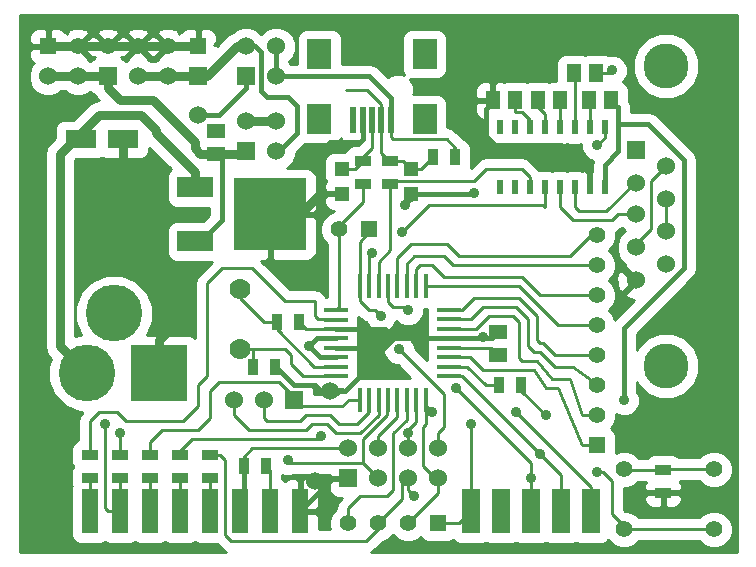
<source format=gtl>
G04 (created by PCBNEW (2013-mar-13)-testing) date śro, 21 sie 2013, 17:14:53*
%MOIN*%
G04 Gerber Fmt 3.4, Leading zero omitted, Abs format*
%FSLAX34Y34*%
G01*
G70*
G90*
G04 APERTURE LIST*
%ADD10C,0.005906*%
%ADD11R,0.035000X0.055000*%
%ADD12R,0.047200X0.047200*%
%ADD13R,0.078700X0.017700*%
%ADD14R,0.017700X0.078700*%
%ADD15C,0.150000*%
%ADD16R,0.060000X0.060000*%
%ADD17C,0.060000*%
%ADD18R,0.055000X0.055000*%
%ADD19C,0.055000*%
%ADD20R,0.060000X0.150000*%
%ADD21R,0.019700X0.090600*%
%ADD22R,0.078700X0.098400*%
%ADD23R,0.055000X0.035000*%
%ADD24R,0.120000X0.065000*%
%ADD25R,0.240000X0.240000*%
%ADD26R,0.020000X0.045000*%
%ADD27R,0.051200X0.059000*%
%ADD28R,0.059000X0.051200*%
%ADD29R,0.055000X0.150000*%
%ADD30C,0.070000*%
%ADD31C,0.189000*%
%ADD32R,0.189000X0.189000*%
%ADD33R,0.102400X0.063000*%
%ADD34C,0.050000*%
%ADD35C,0.035000*%
%ADD36C,0.015000*%
%ADD37C,0.030000*%
%ADD38C,0.010000*%
G04 APERTURE END LIST*
G54D10*
G54D11*
X9536Y-10520D03*
X8786Y-10520D03*
X8736Y-12020D03*
X7986Y-12020D03*
G54D12*
X10961Y-6233D03*
X10961Y-5407D03*
X13261Y-6233D03*
X13261Y-5407D03*
G54D13*
X10765Y-12313D03*
X10765Y-11998D03*
X10765Y-11683D03*
X10765Y-11368D03*
X10765Y-11053D03*
X10765Y-10738D03*
X10765Y-10423D03*
X10765Y-10108D03*
X14531Y-10110D03*
X14531Y-12320D03*
X14531Y-12000D03*
X14531Y-11680D03*
X14531Y-11370D03*
X14531Y-11050D03*
X14531Y-10740D03*
X14531Y-10420D03*
G54D14*
X11549Y-9320D03*
X11863Y-9320D03*
X12179Y-9320D03*
X12493Y-9320D03*
X12809Y-9320D03*
X13123Y-9320D03*
X13439Y-9320D03*
X13753Y-9320D03*
X11551Y-13100D03*
X11861Y-13100D03*
X12181Y-13100D03*
X12491Y-13100D03*
X12801Y-13100D03*
X13121Y-13100D03*
X13441Y-13100D03*
X13761Y-13100D03*
G54D15*
X21761Y-11970D03*
X21761Y-1970D03*
G54D16*
X20761Y-4770D03*
G54D17*
X20761Y-5870D03*
X20761Y-6920D03*
X20761Y-8020D03*
X20761Y-9120D03*
X21761Y-5320D03*
X21761Y-6420D03*
X21761Y-7470D03*
X21761Y-8570D03*
G54D16*
X3161Y-2320D03*
G54D17*
X2161Y-2320D03*
X1161Y-2320D03*
G54D16*
X6161Y-2320D03*
G54D17*
X5161Y-2320D03*
X4161Y-2320D03*
G54D16*
X9361Y-13120D03*
G54D17*
X8361Y-13120D03*
X7361Y-13120D03*
G54D16*
X7761Y-4820D03*
G54D17*
X7761Y-3820D03*
X8761Y-4820D03*
X8761Y-3820D03*
G54D18*
X6161Y-1320D03*
G54D19*
X5161Y-1320D03*
X4161Y-1320D03*
X3161Y-1320D03*
X2161Y-1320D03*
G54D20*
X19261Y-16820D03*
X18261Y-16820D03*
X17261Y-16820D03*
X16261Y-16820D03*
X15261Y-16820D03*
G54D18*
X19461Y-14620D03*
G54D19*
X19461Y-13620D03*
X19461Y-12620D03*
X19461Y-11620D03*
X19461Y-10620D03*
X19461Y-9620D03*
X19461Y-8620D03*
X19461Y-7620D03*
G54D18*
X11861Y-7420D03*
G54D19*
X10861Y-7420D03*
G54D18*
X1161Y-1320D03*
G54D21*
X12591Y-3778D03*
X12276Y-3778D03*
X11961Y-3778D03*
X11646Y-3778D03*
X11331Y-3778D03*
G54D22*
X13713Y-3739D03*
X13713Y-1574D03*
X10209Y-3739D03*
X10209Y-1574D03*
G54D23*
X21661Y-15445D03*
X21661Y-16195D03*
X6561Y-14945D03*
X6561Y-15695D03*
X5561Y-14945D03*
X5561Y-15695D03*
X4561Y-14945D03*
X4561Y-15695D03*
X3561Y-14945D03*
X3561Y-15695D03*
X2561Y-14945D03*
X2561Y-15695D03*
G54D11*
X8436Y-15320D03*
X7686Y-15320D03*
G54D23*
X12561Y-5895D03*
X12561Y-5145D03*
X11661Y-5895D03*
X11661Y-5145D03*
G54D11*
X13986Y-5020D03*
X14736Y-5020D03*
G54D19*
X23361Y-15420D03*
X23361Y-17420D03*
X20361Y-15420D03*
X20361Y-17420D03*
G54D24*
X6061Y-6020D03*
G54D25*
X8561Y-6920D03*
G54D24*
X6061Y-7820D03*
G54D26*
X19711Y-4020D03*
X19211Y-4020D03*
X18711Y-4020D03*
X18211Y-4020D03*
X17711Y-4020D03*
X17211Y-4020D03*
X16711Y-4020D03*
X16211Y-4020D03*
X16211Y-6020D03*
X16711Y-6020D03*
X17211Y-6020D03*
X17711Y-6020D03*
X18211Y-6020D03*
X18711Y-6020D03*
X19211Y-6020D03*
X19711Y-6020D03*
G54D18*
X14161Y-17220D03*
G54D19*
X13161Y-17220D03*
X12161Y-17220D03*
X11161Y-17220D03*
G54D16*
X11161Y-15720D03*
G54D17*
X11161Y-14720D03*
X12161Y-15720D03*
X12161Y-14720D03*
X13161Y-15720D03*
X13161Y-14720D03*
X14161Y-15720D03*
X14161Y-14720D03*
G54D27*
X19436Y-2220D03*
X18686Y-2220D03*
X18236Y-3120D03*
X17486Y-3120D03*
G54D28*
X6761Y-4145D03*
X6761Y-4895D03*
G54D27*
X19936Y-3120D03*
X19186Y-3120D03*
X15986Y-3120D03*
X16736Y-3120D03*
G54D28*
X16161Y-10845D03*
X16161Y-11595D03*
G54D11*
X16936Y-12620D03*
X16186Y-12620D03*
G54D29*
X2561Y-16820D03*
X3561Y-16820D03*
X4561Y-16820D03*
X5561Y-16820D03*
X6561Y-16820D03*
X7561Y-16820D03*
X8561Y-16820D03*
X9561Y-16820D03*
G54D16*
X7761Y-2320D03*
G54D17*
X7761Y-1320D03*
X8761Y-2320D03*
X8761Y-1320D03*
G54D30*
X7561Y-11420D03*
X7561Y-9420D03*
G54D31*
X2461Y-12220D03*
G54D32*
X4861Y-12220D03*
G54D31*
X3361Y-10220D03*
G54D33*
X3670Y-4420D03*
X2252Y-4420D03*
G54D34*
X7561Y-16820D03*
G54D35*
X3561Y-14220D03*
X9161Y-15120D03*
X12261Y-10320D03*
X12861Y-11420D03*
X16761Y-13520D03*
X13961Y-13520D03*
X10261Y-14320D03*
X15261Y-13920D03*
X13161Y-14220D03*
X17261Y-15720D03*
X19461Y-15520D03*
X14761Y-12720D03*
X13161Y-10120D03*
X17561Y-14920D03*
X13361Y-16320D03*
X11961Y-8220D03*
X12961Y-7520D03*
X6761Y-4120D03*
G54D17*
X8561Y-6920D03*
X3761Y-6920D03*
G54D35*
X13061Y-6620D03*
X10261Y-6620D03*
X15361Y-6220D03*
G54D17*
X10561Y-12820D03*
X10061Y-15820D03*
G54D35*
X18861Y-5220D03*
X20261Y-8720D03*
X20561Y-16620D03*
X15661Y-11020D03*
X6561Y-16720D03*
X2561Y-16820D03*
X3061Y-13920D03*
X4561Y-16820D03*
X5561Y-16820D03*
X19961Y-2120D03*
X19461Y-4620D03*
G54D17*
X6161Y-3620D03*
X6061Y-6020D03*
G54D35*
X9861Y-11320D03*
X20361Y-13120D03*
X17761Y-13620D03*
G54D36*
X6061Y-7820D02*
X6261Y-7820D01*
X6961Y-5095D02*
X6761Y-4895D01*
X6961Y-7120D02*
X6961Y-5095D01*
X6261Y-7820D02*
X6961Y-7120D01*
G54D37*
X6761Y-4895D02*
X7686Y-4895D01*
X7686Y-4895D02*
X7761Y-4820D01*
X3161Y-2320D02*
X3161Y-2720D01*
X6236Y-4895D02*
X6761Y-4895D01*
X6061Y-4720D02*
X6236Y-4895D01*
X6061Y-4520D02*
X6061Y-4720D01*
X4661Y-3120D02*
X6061Y-4520D01*
X3561Y-3120D02*
X4661Y-3120D01*
X3161Y-2720D02*
X3561Y-3120D01*
X2161Y-2320D02*
X3161Y-2320D01*
X1161Y-2320D02*
X2161Y-2320D01*
G54D36*
X7686Y-16695D02*
X7561Y-16820D01*
X7686Y-15320D02*
X7686Y-16695D01*
G54D38*
X7686Y-15320D02*
X7686Y-14995D01*
X7961Y-14720D02*
X11161Y-14720D01*
X7686Y-14995D02*
X7961Y-14720D01*
X7561Y-15445D02*
X7686Y-15320D01*
X7561Y-15445D02*
X7686Y-15320D01*
G54D36*
X8761Y-4820D02*
X8861Y-4820D01*
X8061Y-1320D02*
X7761Y-1320D01*
X8261Y-1520D02*
X8061Y-1320D01*
X8261Y-2820D02*
X8261Y-1520D01*
X8461Y-3020D02*
X8261Y-2820D01*
X9161Y-3020D02*
X8461Y-3020D01*
X9461Y-3320D02*
X9161Y-3020D01*
X9461Y-4220D02*
X9461Y-3320D01*
X8861Y-4820D02*
X9461Y-4220D01*
G54D37*
X6161Y-2320D02*
X6461Y-2320D01*
X7461Y-1320D02*
X7761Y-1320D01*
X6461Y-2320D02*
X7461Y-1320D01*
X5161Y-2320D02*
X6161Y-2320D01*
X4161Y-2320D02*
X5161Y-2320D01*
G54D38*
X14531Y-11370D02*
X15936Y-11370D01*
X15936Y-11370D02*
X16161Y-11595D01*
X15761Y-12620D02*
X16186Y-12620D01*
X14531Y-12000D02*
X15141Y-12000D01*
X15761Y-12620D02*
X15786Y-12620D01*
X15141Y-12000D02*
X15761Y-12620D01*
X3561Y-14220D02*
X3561Y-14945D01*
X12161Y-15720D02*
X11661Y-15220D01*
X12461Y-13130D02*
X12491Y-13100D01*
X12461Y-13620D02*
X12461Y-13130D01*
X11661Y-14420D02*
X12461Y-13620D01*
X9261Y-15220D02*
X9161Y-15120D01*
X11661Y-15220D02*
X9261Y-15220D01*
X11661Y-15220D02*
X11661Y-14420D01*
X12801Y-13100D02*
X12801Y-13680D01*
X12161Y-14320D02*
X12161Y-14720D01*
X12801Y-13680D02*
X12161Y-14320D01*
X19461Y-12620D02*
X19361Y-12520D01*
X15261Y-10420D02*
X14531Y-10420D01*
X15661Y-10020D02*
X15261Y-10420D01*
X16761Y-10020D02*
X15661Y-10020D01*
X17161Y-10420D02*
X16761Y-10020D01*
X17161Y-11320D02*
X17161Y-10420D01*
X17361Y-11520D02*
X17161Y-11320D01*
X17561Y-11520D02*
X17361Y-11520D01*
X18061Y-12020D02*
X17561Y-11520D01*
X18661Y-12020D02*
X18061Y-12020D01*
X19361Y-12520D02*
X18661Y-12020D01*
X19461Y-11620D02*
X18061Y-11620D01*
X14971Y-10110D02*
X14531Y-10110D01*
X15361Y-9720D02*
X14971Y-10110D01*
X16861Y-9720D02*
X15361Y-9720D01*
X17461Y-10320D02*
X16861Y-9720D01*
X17461Y-11120D02*
X17461Y-10320D01*
X17561Y-11220D02*
X17461Y-11120D01*
X17661Y-11220D02*
X17561Y-11220D01*
X18061Y-11620D02*
X17661Y-11220D01*
X19461Y-10620D02*
X18161Y-10620D01*
X16861Y-9320D02*
X13753Y-9320D01*
X18161Y-10620D02*
X16861Y-9320D01*
X19461Y-9620D02*
X17561Y-9620D01*
X13439Y-8742D02*
X13439Y-9320D01*
X13561Y-8620D02*
X13439Y-8742D01*
X13961Y-8620D02*
X13561Y-8620D01*
X14361Y-9020D02*
X13961Y-8620D01*
X16961Y-9020D02*
X14361Y-9020D01*
X17561Y-9620D02*
X16961Y-9020D01*
X19461Y-8620D02*
X14661Y-8620D01*
X13123Y-8558D02*
X13123Y-9320D01*
X13361Y-8320D02*
X13123Y-8558D01*
X14361Y-8320D02*
X13361Y-8320D01*
X14661Y-8620D02*
X14361Y-8320D01*
X13361Y-7920D02*
X13261Y-7920D01*
X19261Y-7620D02*
X18561Y-8320D01*
X18561Y-8320D02*
X14861Y-8320D01*
X14861Y-8320D02*
X14461Y-7920D01*
X14461Y-7920D02*
X13361Y-7920D01*
X19461Y-7620D02*
X19261Y-7620D01*
X12809Y-8372D02*
X12809Y-9320D01*
X13261Y-7920D02*
X12809Y-8372D01*
X9361Y-13120D02*
X9361Y-13020D01*
X4561Y-14520D02*
X4561Y-14945D01*
X4961Y-14120D02*
X4561Y-14520D01*
X6161Y-14120D02*
X4961Y-14120D01*
X6561Y-13720D02*
X6161Y-14120D01*
X6561Y-12820D02*
X6561Y-13720D01*
X6861Y-12520D02*
X6561Y-12820D01*
X8861Y-12520D02*
X6861Y-12520D01*
X9361Y-13020D02*
X8861Y-12520D01*
X11551Y-13100D02*
X11181Y-13100D01*
X9561Y-13320D02*
X9361Y-13120D01*
X10961Y-13320D02*
X9561Y-13320D01*
X11181Y-13100D02*
X10961Y-13320D01*
X11661Y-5895D02*
X11661Y-6520D01*
X10861Y-7320D02*
X10861Y-7420D01*
X11661Y-6520D02*
X10861Y-7320D01*
X10861Y-7420D02*
X10861Y-10012D01*
X10861Y-10012D02*
X10765Y-10108D01*
X12561Y-5895D02*
X12561Y-8120D01*
X12179Y-8502D02*
X12179Y-9320D01*
X12561Y-8120D02*
X12179Y-8502D01*
X12561Y-5895D02*
X12686Y-5895D01*
X17211Y-5670D02*
X17211Y-6020D01*
X16961Y-5420D02*
X17211Y-5670D01*
X15761Y-5420D02*
X16961Y-5420D01*
X15361Y-5820D02*
X15761Y-5420D01*
X12761Y-5820D02*
X15361Y-5820D01*
X12686Y-5895D02*
X12761Y-5820D01*
X11861Y-7420D02*
X11861Y-7520D01*
X11549Y-7832D02*
X11549Y-9320D01*
X11861Y-7520D02*
X11549Y-7832D01*
X14161Y-14720D02*
X14161Y-14220D01*
X11549Y-9808D02*
X11549Y-9320D01*
X11861Y-10120D02*
X11549Y-9808D01*
X12061Y-10120D02*
X11861Y-10120D01*
X12261Y-10320D02*
X12061Y-10120D01*
X14361Y-12920D02*
X12861Y-11420D01*
X14361Y-14020D02*
X14361Y-12920D01*
X14161Y-14220D02*
X14361Y-14020D01*
X13761Y-13100D02*
X13761Y-13920D01*
X13761Y-13920D02*
X13661Y-14020D01*
X13661Y-14020D02*
X13661Y-15320D01*
X13661Y-15320D02*
X14061Y-15720D01*
X14061Y-15720D02*
X14161Y-15720D01*
X13161Y-17220D02*
X13761Y-16620D01*
X14161Y-16220D02*
X14161Y-15720D01*
X13761Y-16620D02*
X14161Y-16220D01*
X19261Y-16820D02*
X19261Y-16020D01*
X19261Y-16020D02*
X16761Y-13520D01*
X13761Y-13320D02*
X13761Y-13100D01*
X13961Y-13520D02*
X13761Y-13320D01*
X5561Y-14945D02*
X5561Y-14820D01*
X10161Y-14420D02*
X10261Y-14320D01*
X5961Y-14420D02*
X10161Y-14420D01*
X5561Y-14820D02*
X5961Y-14420D01*
X14161Y-17220D02*
X14861Y-17220D01*
X14861Y-17220D02*
X15261Y-16820D01*
X15261Y-16820D02*
X15261Y-13920D01*
X13161Y-14220D02*
X13161Y-14720D01*
X13161Y-14720D02*
X13161Y-14120D01*
X13441Y-13840D02*
X13441Y-13100D01*
X13161Y-14120D02*
X13441Y-13840D01*
X10765Y-10423D02*
X10762Y-10420D01*
X2561Y-13820D02*
X2561Y-14945D01*
X10762Y-10420D02*
X10161Y-10420D01*
X2861Y-13520D02*
X2561Y-13820D01*
X3461Y-13520D02*
X2861Y-13520D01*
X3761Y-13820D02*
X3461Y-13520D01*
X5661Y-13820D02*
X3761Y-13820D01*
X6161Y-13320D02*
X5661Y-13820D01*
X6161Y-12620D02*
X6161Y-13320D01*
X6461Y-12320D02*
X6161Y-12620D01*
X6461Y-12220D02*
X6461Y-12320D01*
X6461Y-9220D02*
X6461Y-12220D01*
X6961Y-8720D02*
X6461Y-9220D01*
X7061Y-8720D02*
X6961Y-8720D01*
X7961Y-8720D02*
X7061Y-8720D01*
X9061Y-9820D02*
X7961Y-8720D01*
X9161Y-9820D02*
X9061Y-9820D01*
X10061Y-9820D02*
X9161Y-9820D01*
X10061Y-10320D02*
X10061Y-9820D01*
X10161Y-10420D02*
X10061Y-10320D01*
X20761Y-6920D02*
X20161Y-6920D01*
X18211Y-6670D02*
X18211Y-6020D01*
X18661Y-7120D02*
X18211Y-6670D01*
X19961Y-7120D02*
X18661Y-7120D01*
X20161Y-6920D02*
X19961Y-7120D01*
X20361Y-17420D02*
X20361Y-17320D01*
X17261Y-15720D02*
X17261Y-15320D01*
X19661Y-15520D02*
X19461Y-15520D01*
X19961Y-15820D02*
X19661Y-15520D01*
X19961Y-16920D02*
X19961Y-15820D01*
X20361Y-17320D02*
X19961Y-16920D01*
X23361Y-17420D02*
X20361Y-17420D01*
X17261Y-16820D02*
X17261Y-15320D01*
X17261Y-15320D02*
X17261Y-15220D01*
X17261Y-15220D02*
X14761Y-12720D01*
X12493Y-9852D02*
X12493Y-9320D01*
X12661Y-10020D02*
X12493Y-9852D01*
X13061Y-10020D02*
X12661Y-10020D01*
X13161Y-10120D02*
X13061Y-10020D01*
X6561Y-14945D02*
X6886Y-14945D01*
X12161Y-17420D02*
X12161Y-17220D01*
X11761Y-17820D02*
X12161Y-17420D01*
X7261Y-17820D02*
X11761Y-17820D01*
X7061Y-17620D02*
X7261Y-17820D01*
X7061Y-15120D02*
X7061Y-17620D01*
X6886Y-14945D02*
X7061Y-15120D01*
X13161Y-15720D02*
X13161Y-16120D01*
X13161Y-16120D02*
X13361Y-16320D01*
X12161Y-17220D02*
X12961Y-16420D01*
X12961Y-15920D02*
X13161Y-15720D01*
X12961Y-16420D02*
X12961Y-15920D01*
X18261Y-16820D02*
X18261Y-15620D01*
X18261Y-15620D02*
X17561Y-14920D01*
X14961Y-12320D02*
X14531Y-12320D01*
X17561Y-14920D02*
X14961Y-12320D01*
X13121Y-13100D02*
X13121Y-13760D01*
X11161Y-16720D02*
X11161Y-17220D01*
X11561Y-16320D02*
X11161Y-16720D01*
X12461Y-16320D02*
X11561Y-16320D01*
X12661Y-16120D02*
X12461Y-16320D01*
X12661Y-14220D02*
X12661Y-16120D01*
X13121Y-13760D02*
X12661Y-14220D01*
X20761Y-5870D02*
X20711Y-5870D01*
X18711Y-6670D02*
X18711Y-6020D01*
X18861Y-6820D02*
X18711Y-6670D01*
X19761Y-6820D02*
X18861Y-6820D01*
X20711Y-5870D02*
X19761Y-6820D01*
X17711Y-6020D02*
X17711Y-6670D01*
X11863Y-8318D02*
X11863Y-9320D01*
X11961Y-8220D02*
X11863Y-8318D01*
X13861Y-6620D02*
X12961Y-7520D01*
X17661Y-6620D02*
X13861Y-6620D01*
X17711Y-6670D02*
X17661Y-6620D01*
G54D37*
X4861Y-12220D02*
X4861Y-11120D01*
X3461Y-7220D02*
X3761Y-6920D01*
X3461Y-7820D02*
X3461Y-7220D01*
X4061Y-8420D02*
X3461Y-7820D01*
X5361Y-9720D02*
X4061Y-8420D01*
X5361Y-10620D02*
X5361Y-9720D01*
X4861Y-11120D02*
X5361Y-10620D01*
X3670Y-4420D02*
X3670Y-6829D01*
X3670Y-6829D02*
X3761Y-6920D01*
G54D36*
X6761Y-4120D02*
X6761Y-4145D01*
G54D37*
X8561Y-6920D02*
X9561Y-6920D01*
X9561Y-6920D02*
X10261Y-6220D01*
X1161Y-1320D02*
X2161Y-1320D01*
X2161Y-1320D02*
X3161Y-1320D01*
X3161Y-1320D02*
X4161Y-1320D01*
X4161Y-1320D02*
X5161Y-1320D01*
X5161Y-1320D02*
X6161Y-1320D01*
G54D36*
X13261Y-6233D02*
X13261Y-6420D01*
G54D38*
X13261Y-6420D02*
X13061Y-6620D01*
G54D36*
X10261Y-6620D02*
X10261Y-6420D01*
X10261Y-6420D02*
X10261Y-6220D01*
X10261Y-6220D02*
X10261Y-6020D01*
X13261Y-6233D02*
X15348Y-6233D01*
G54D38*
X15348Y-6233D02*
X15361Y-6220D01*
X10161Y-15820D02*
X10061Y-15820D01*
G54D36*
X10161Y-15820D02*
X10361Y-16020D01*
G54D38*
X8736Y-12020D02*
X8761Y-12020D01*
G54D36*
X11761Y-12120D02*
X11761Y-11368D01*
X10561Y-12820D02*
X11061Y-12820D01*
X11061Y-12820D02*
X11761Y-12120D01*
X10261Y-12820D02*
X10561Y-12820D01*
X10061Y-12620D02*
X10261Y-12820D01*
X9361Y-12620D02*
X10061Y-12620D01*
X8761Y-12020D02*
X9361Y-12620D01*
G54D38*
X11761Y-11368D02*
X11761Y-11320D01*
X11761Y-11320D02*
X11761Y-11368D01*
X9536Y-10520D02*
X9754Y-10738D01*
X10765Y-10738D02*
X9754Y-10738D01*
X15986Y-3120D02*
X15986Y-3195D01*
G54D36*
X18261Y-4620D02*
X18861Y-5220D01*
X16061Y-4620D02*
X18261Y-4620D01*
X15761Y-4320D02*
X16061Y-4620D01*
X15761Y-3420D02*
X15761Y-4320D01*
X15986Y-3195D02*
X15761Y-3420D01*
X19211Y-6020D02*
X19211Y-5570D01*
X19061Y-5420D02*
X18861Y-5220D01*
X19211Y-5570D02*
X19061Y-5420D01*
G54D38*
X20761Y-9120D02*
X20661Y-9120D01*
G54D36*
X20661Y-9120D02*
X20261Y-8720D01*
G54D38*
X21661Y-16195D02*
X20986Y-16195D01*
X20986Y-16195D02*
X20561Y-16620D01*
X15661Y-11020D02*
X15661Y-11050D01*
X15661Y-11050D02*
X15661Y-11020D01*
X15661Y-11020D02*
X15661Y-11050D01*
X11161Y-15720D02*
X10661Y-15720D01*
G54D36*
X10661Y-15720D02*
X10361Y-16020D01*
X10361Y-16020D02*
X9561Y-16820D01*
X14531Y-11050D02*
X15661Y-11050D01*
X15661Y-11050D02*
X15956Y-11050D01*
X15956Y-11050D02*
X16161Y-10845D01*
X10765Y-11368D02*
X11761Y-11368D01*
X11761Y-11368D02*
X12373Y-11368D01*
X12373Y-11368D02*
X12691Y-11050D01*
X10765Y-10738D02*
X12379Y-10738D01*
X12379Y-10738D02*
X12691Y-11050D01*
X12691Y-11050D02*
X14531Y-11050D01*
G54D38*
X11646Y-3778D02*
X11661Y-3793D01*
G54D36*
X11661Y-3793D02*
X11661Y-4320D01*
X11661Y-4320D02*
X11661Y-4420D01*
X11661Y-4420D02*
X11561Y-4520D01*
X11561Y-4520D02*
X10561Y-4520D01*
X10561Y-4520D02*
X10261Y-4820D01*
X10261Y-4820D02*
X10261Y-6020D01*
X10474Y-6233D02*
X10961Y-6233D01*
X10261Y-6020D02*
X10474Y-6233D01*
G54D38*
X18211Y-4020D02*
X18211Y-3145D01*
X18211Y-3145D02*
X18236Y-3120D01*
X20761Y-8020D02*
X20761Y-7920D01*
X21261Y-5820D02*
X21761Y-5320D01*
X21261Y-7420D02*
X21261Y-5820D01*
X20761Y-7920D02*
X21261Y-7420D01*
X16961Y-12120D02*
X17361Y-12120D01*
X15221Y-11680D02*
X15661Y-12120D01*
X15661Y-12120D02*
X16961Y-12120D01*
X14531Y-11680D02*
X15221Y-11680D01*
X18961Y-14620D02*
X19461Y-14620D01*
X18161Y-12720D02*
X18961Y-14620D01*
X17761Y-12720D02*
X18161Y-12720D01*
X17361Y-12120D02*
X17761Y-12720D01*
X19211Y-4020D02*
X19211Y-3145D01*
X19211Y-3145D02*
X19186Y-3120D01*
X21661Y-15445D02*
X20386Y-15445D01*
X20386Y-15445D02*
X20361Y-15420D01*
X23361Y-15420D02*
X21686Y-15420D01*
X21686Y-15420D02*
X21661Y-15445D01*
X12181Y-13100D02*
X12181Y-13600D01*
X7361Y-13620D02*
X7361Y-13120D01*
X7861Y-14120D02*
X7361Y-13620D01*
X9761Y-14120D02*
X7861Y-14120D01*
X9961Y-13920D02*
X9761Y-14120D01*
X10461Y-13920D02*
X9961Y-13920D01*
X10761Y-14220D02*
X10461Y-13920D01*
X11561Y-14220D02*
X10761Y-14220D01*
X12181Y-13600D02*
X11561Y-14220D01*
X11861Y-13100D02*
X11861Y-13520D01*
X8361Y-13720D02*
X8361Y-13120D01*
X8461Y-13820D02*
X8361Y-13720D01*
X9561Y-13820D02*
X8461Y-13820D01*
X9761Y-13620D02*
X9561Y-13820D01*
X10561Y-13620D02*
X9761Y-13620D01*
X10861Y-13920D02*
X10561Y-13620D01*
X11461Y-13920D02*
X10861Y-13920D01*
X11861Y-13520D02*
X11461Y-13920D01*
X6561Y-16720D02*
X6561Y-16820D01*
X6561Y-15695D02*
X6561Y-16820D01*
X17211Y-4020D02*
X17211Y-3770D01*
X16736Y-3495D02*
X16736Y-3120D01*
X16761Y-3520D02*
X16736Y-3495D01*
X16961Y-3520D02*
X16761Y-3520D01*
X17211Y-3770D02*
X16961Y-3520D01*
X11095Y-2755D02*
X11796Y-2755D01*
X11796Y-2755D02*
X12276Y-3235D01*
X12276Y-3235D02*
X12276Y-3778D01*
X13261Y-5407D02*
X13599Y-5407D01*
X13599Y-5407D02*
X13986Y-5020D01*
X12561Y-5145D02*
X12999Y-5145D01*
X12999Y-5145D02*
X13261Y-5407D01*
X12276Y-3778D02*
X12276Y-4860D01*
X12276Y-4860D02*
X12561Y-5145D01*
X11661Y-5145D02*
X11661Y-5020D01*
X11961Y-4720D02*
X11961Y-3778D01*
X11661Y-5020D02*
X11961Y-4720D01*
X10961Y-5407D02*
X11399Y-5407D01*
X11399Y-5407D02*
X11661Y-5145D01*
X8561Y-16820D02*
X8561Y-15445D01*
X8561Y-15445D02*
X8436Y-15320D01*
X8561Y-15445D02*
X8436Y-15320D01*
X17486Y-3120D02*
X17486Y-3345D01*
X17711Y-3570D02*
X17711Y-4020D01*
X17486Y-3345D02*
X17711Y-3570D01*
G54D36*
X8761Y-2320D02*
X11861Y-2320D01*
X12591Y-3050D02*
X12591Y-3778D01*
X11861Y-2320D02*
X12591Y-3050D01*
X8761Y-1320D02*
X8761Y-2320D01*
G54D38*
X14736Y-4920D02*
X14736Y-4695D01*
X14736Y-4695D02*
X14461Y-4420D01*
X14461Y-4420D02*
X12661Y-4420D01*
X12661Y-4420D02*
X12591Y-4350D01*
X12591Y-4350D02*
X12591Y-3778D01*
X19461Y-13620D02*
X18961Y-13620D01*
X15441Y-10740D02*
X14531Y-10740D01*
X15861Y-10320D02*
X15441Y-10740D01*
X16661Y-10320D02*
X15861Y-10320D01*
X16861Y-10520D02*
X16661Y-10320D01*
X16861Y-11720D02*
X16861Y-10520D01*
X16961Y-11820D02*
X16861Y-11720D01*
X17461Y-11820D02*
X16961Y-11820D01*
X17961Y-12420D02*
X17461Y-11820D01*
X18561Y-12420D02*
X17961Y-12420D01*
X18961Y-13620D02*
X18561Y-12420D01*
X18711Y-4020D02*
X18711Y-2245D01*
X18711Y-2245D02*
X18686Y-2220D01*
X10765Y-11998D02*
X10039Y-11998D01*
X8786Y-10745D02*
X8786Y-10520D01*
X10039Y-11998D02*
X8786Y-10745D01*
X8786Y-10520D02*
X8361Y-10520D01*
X7561Y-9720D02*
X7561Y-9420D01*
X8361Y-10520D02*
X7561Y-9720D01*
X10765Y-12313D02*
X9654Y-12313D01*
X9061Y-11420D02*
X8061Y-11420D01*
X9261Y-11620D02*
X9061Y-11420D01*
X9261Y-11920D02*
X9261Y-11620D01*
X9654Y-12313D02*
X9261Y-11920D01*
X7986Y-12020D02*
X7986Y-11420D01*
X7986Y-11420D02*
X8061Y-11420D01*
X8061Y-11420D02*
X7561Y-11420D01*
X2561Y-16820D02*
X2561Y-15695D01*
X3561Y-16820D02*
X3561Y-15695D01*
X3161Y-16820D02*
X3561Y-16820D01*
X3061Y-16720D02*
X3161Y-16820D01*
X3061Y-13920D02*
X3061Y-16720D01*
X4561Y-16820D02*
X4561Y-15695D01*
X5561Y-16820D02*
X5561Y-15695D01*
X19711Y-4370D02*
X19461Y-4620D01*
X19711Y-4020D02*
X19711Y-4370D01*
X19861Y-2220D02*
X19436Y-2220D01*
X19961Y-2120D02*
X19861Y-2220D01*
X21761Y-7470D02*
X21761Y-6420D01*
G54D37*
X6061Y-6020D02*
X6061Y-5520D01*
X2852Y-3620D02*
X2252Y-4220D01*
X4261Y-3620D02*
X2852Y-3620D01*
X4761Y-4120D02*
X4261Y-3620D01*
X4761Y-4220D02*
X4761Y-4120D01*
X6061Y-5520D02*
X4761Y-4220D01*
X2252Y-4220D02*
X2252Y-4420D01*
X2461Y-12220D02*
X1561Y-11320D01*
X1561Y-11320D02*
X1561Y-4911D01*
X1561Y-4911D02*
X2252Y-4220D01*
G54D36*
X7761Y-2320D02*
X7761Y-2720D01*
X6861Y-3620D02*
X6161Y-3620D01*
X7761Y-2720D02*
X6861Y-3620D01*
G54D37*
X7761Y-3820D02*
X8761Y-3820D01*
G54D36*
X10765Y-11683D02*
X10224Y-11683D01*
X10224Y-11683D02*
X9861Y-11320D01*
X10765Y-11053D02*
X10128Y-11053D01*
X10128Y-11053D02*
X9861Y-11320D01*
X20161Y-3920D02*
X21161Y-3920D01*
X20361Y-10720D02*
X20361Y-13120D01*
X22361Y-8720D02*
X20361Y-10720D01*
X22361Y-5120D02*
X22361Y-8720D01*
X21161Y-3920D02*
X22361Y-5120D01*
X19711Y-6020D02*
X19711Y-5270D01*
G54D38*
X20161Y-3345D02*
X19936Y-3120D01*
G54D36*
X20161Y-4820D02*
X20161Y-3920D01*
X20161Y-3920D02*
X20161Y-3345D01*
X19711Y-5270D02*
X20161Y-4820D01*
G54D38*
X16936Y-12795D02*
X16936Y-12620D01*
X17761Y-13620D02*
X16936Y-12795D01*
G54D10*
G36*
X6620Y-8495D02*
X6178Y-8937D01*
X6091Y-9067D01*
X6086Y-9092D01*
X6061Y-9220D01*
X6061Y-11035D01*
X6004Y-10978D01*
X5876Y-10925D01*
X4998Y-10925D01*
X4911Y-11012D01*
X4911Y-12170D01*
X4919Y-12170D01*
X4919Y-12270D01*
X4911Y-12270D01*
X4911Y-12278D01*
X4811Y-12278D01*
X4811Y-12270D01*
X4803Y-12270D01*
X4803Y-12170D01*
X4811Y-12170D01*
X4811Y-11012D01*
X4723Y-10925D01*
X4470Y-10925D01*
X4656Y-10479D01*
X4656Y-9964D01*
X4459Y-9487D01*
X4095Y-9123D01*
X3620Y-8925D01*
X3104Y-8925D01*
X2628Y-9121D01*
X2264Y-9485D01*
X2066Y-9961D01*
X2066Y-10476D01*
X2251Y-10925D01*
X2204Y-10925D01*
X2061Y-10984D01*
X2061Y-5118D01*
X2094Y-5085D01*
X2834Y-5085D01*
X2961Y-5032D01*
X3088Y-5085D01*
X3532Y-5085D01*
X3620Y-4997D01*
X3620Y-4470D01*
X3612Y-4470D01*
X3612Y-4370D01*
X3620Y-4370D01*
X3620Y-4362D01*
X3720Y-4362D01*
X3720Y-4370D01*
X3728Y-4370D01*
X3728Y-4470D01*
X3720Y-4470D01*
X3720Y-4997D01*
X3807Y-5085D01*
X4252Y-5085D01*
X4380Y-5032D01*
X4479Y-4933D01*
X4532Y-4805D01*
X4532Y-4698D01*
X5247Y-5414D01*
X5164Y-5497D01*
X5111Y-5625D01*
X5111Y-5765D01*
X5111Y-6415D01*
X5164Y-6543D01*
X5263Y-6642D01*
X5391Y-6695D01*
X5531Y-6695D01*
X6536Y-6695D01*
X6536Y-6944D01*
X6335Y-7145D01*
X5391Y-7145D01*
X5263Y-7198D01*
X5164Y-7297D01*
X5111Y-7425D01*
X5111Y-7565D01*
X5111Y-8215D01*
X5164Y-8343D01*
X5263Y-8442D01*
X5391Y-8495D01*
X5531Y-8495D01*
X6620Y-8495D01*
X6620Y-8495D01*
G37*
G54D38*
X6620Y-8495D02*
X6178Y-8937D01*
X6091Y-9067D01*
X6086Y-9092D01*
X6061Y-9220D01*
X6061Y-11035D01*
X6004Y-10978D01*
X5876Y-10925D01*
X4998Y-10925D01*
X4911Y-11012D01*
X4911Y-12170D01*
X4919Y-12170D01*
X4919Y-12270D01*
X4911Y-12270D01*
X4911Y-12278D01*
X4811Y-12278D01*
X4811Y-12270D01*
X4803Y-12270D01*
X4803Y-12170D01*
X4811Y-12170D01*
X4811Y-11012D01*
X4723Y-10925D01*
X4470Y-10925D01*
X4656Y-10479D01*
X4656Y-9964D01*
X4459Y-9487D01*
X4095Y-9123D01*
X3620Y-8925D01*
X3104Y-8925D01*
X2628Y-9121D01*
X2264Y-9485D01*
X2066Y-9961D01*
X2066Y-10476D01*
X2251Y-10925D01*
X2204Y-10925D01*
X2061Y-10984D01*
X2061Y-5118D01*
X2094Y-5085D01*
X2834Y-5085D01*
X2961Y-5032D01*
X3088Y-5085D01*
X3532Y-5085D01*
X3620Y-4997D01*
X3620Y-4470D01*
X3612Y-4470D01*
X3612Y-4370D01*
X3620Y-4370D01*
X3620Y-4362D01*
X3720Y-4362D01*
X3720Y-4370D01*
X3728Y-4370D01*
X3728Y-4470D01*
X3720Y-4470D01*
X3720Y-4997D01*
X3807Y-5085D01*
X4252Y-5085D01*
X4380Y-5032D01*
X4479Y-4933D01*
X4532Y-4805D01*
X4532Y-4698D01*
X5247Y-5414D01*
X5164Y-5497D01*
X5111Y-5625D01*
X5111Y-5765D01*
X5111Y-6415D01*
X5164Y-6543D01*
X5263Y-6642D01*
X5391Y-6695D01*
X5531Y-6695D01*
X6536Y-6695D01*
X6536Y-6944D01*
X6335Y-7145D01*
X5391Y-7145D01*
X5263Y-7198D01*
X5164Y-7297D01*
X5111Y-7425D01*
X5111Y-7565D01*
X5111Y-8215D01*
X5164Y-8343D01*
X5263Y-8442D01*
X5391Y-8495D01*
X5531Y-8495D01*
X6620Y-8495D01*
G54D10*
G36*
X6819Y-4195D02*
X6811Y-4195D01*
X6811Y-4203D01*
X6711Y-4203D01*
X6711Y-4195D01*
X6703Y-4195D01*
X6703Y-4095D01*
X6711Y-4095D01*
X6711Y-4087D01*
X6811Y-4087D01*
X6811Y-4095D01*
X6819Y-4095D01*
X6819Y-4195D01*
X6819Y-4195D01*
G37*
G54D38*
X6819Y-4195D02*
X6811Y-4195D01*
X6811Y-4203D01*
X6711Y-4203D01*
X6711Y-4195D01*
X6703Y-4195D01*
X6703Y-4095D01*
X6711Y-4095D01*
X6711Y-4087D01*
X6811Y-4087D01*
X6811Y-4095D01*
X6819Y-4095D01*
X6819Y-4195D01*
G54D10*
G36*
X8794Y-12070D02*
X8786Y-12070D01*
X8786Y-12078D01*
X8686Y-12078D01*
X8686Y-12070D01*
X8678Y-12070D01*
X8678Y-11970D01*
X8686Y-11970D01*
X8686Y-11962D01*
X8786Y-11962D01*
X8786Y-11970D01*
X8794Y-11970D01*
X8794Y-12070D01*
X8794Y-12070D01*
G37*
G54D38*
X8794Y-12070D02*
X8786Y-12070D01*
X8786Y-12078D01*
X8686Y-12078D01*
X8686Y-12070D01*
X8678Y-12070D01*
X8678Y-11970D01*
X8686Y-11970D01*
X8686Y-11962D01*
X8786Y-11962D01*
X8786Y-11970D01*
X8794Y-11970D01*
X8794Y-12070D01*
G54D10*
G36*
X9594Y-10570D02*
X9586Y-10570D01*
X9586Y-10578D01*
X9486Y-10578D01*
X9486Y-10570D01*
X9478Y-10570D01*
X9478Y-10470D01*
X9486Y-10470D01*
X9486Y-10462D01*
X9586Y-10462D01*
X9586Y-10470D01*
X9594Y-10470D01*
X9594Y-10570D01*
X9594Y-10570D01*
G37*
G54D38*
X9594Y-10570D02*
X9586Y-10570D01*
X9586Y-10578D01*
X9486Y-10578D01*
X9486Y-10570D01*
X9478Y-10570D01*
X9478Y-10470D01*
X9486Y-10470D01*
X9486Y-10462D01*
X9586Y-10462D01*
X9586Y-10470D01*
X9594Y-10470D01*
X9594Y-10570D01*
G54D10*
G36*
X10996Y-12751D02*
X10898Y-12817D01*
X10795Y-12920D01*
X10011Y-12920D01*
X10011Y-12750D01*
X9995Y-12713D01*
X10209Y-12713D01*
X10302Y-12751D01*
X10441Y-12751D01*
X10996Y-12751D01*
X10996Y-12751D01*
G37*
G54D38*
X10996Y-12751D02*
X10898Y-12817D01*
X10795Y-12920D01*
X10011Y-12920D01*
X10011Y-12750D01*
X9995Y-12713D01*
X10209Y-12713D01*
X10302Y-12751D01*
X10441Y-12751D01*
X10996Y-12751D01*
G54D10*
G36*
X11219Y-15770D02*
X11211Y-15770D01*
X11211Y-15778D01*
X11111Y-15778D01*
X11111Y-15770D01*
X10598Y-15770D01*
X10511Y-15857D01*
X10511Y-15950D01*
X10511Y-16090D01*
X10564Y-16218D01*
X10663Y-16317D01*
X10791Y-16370D01*
X10945Y-16370D01*
X10878Y-16437D01*
X10791Y-16567D01*
X10786Y-16592D01*
X10761Y-16720D01*
X10761Y-16736D01*
X10631Y-16865D01*
X10536Y-17095D01*
X10536Y-17344D01*
X10567Y-17420D01*
X10186Y-17420D01*
X10186Y-16957D01*
X10186Y-16682D01*
X10186Y-16140D01*
X10186Y-16000D01*
X10133Y-15872D01*
X10034Y-15773D01*
X9906Y-15720D01*
X9698Y-15720D01*
X9611Y-15807D01*
X9611Y-16770D01*
X10098Y-16770D01*
X10186Y-16682D01*
X10186Y-16957D01*
X10098Y-16870D01*
X9611Y-16870D01*
X9611Y-16878D01*
X9511Y-16878D01*
X9511Y-16870D01*
X9503Y-16870D01*
X9503Y-16770D01*
X9511Y-16770D01*
X9511Y-15807D01*
X9423Y-15720D01*
X9216Y-15720D01*
X9088Y-15773D01*
X9061Y-15800D01*
X9034Y-15773D01*
X8961Y-15743D01*
X8961Y-15665D01*
X8961Y-15605D01*
X9056Y-15645D01*
X9265Y-15645D01*
X9326Y-15620D01*
X10548Y-15620D01*
X10598Y-15670D01*
X11111Y-15670D01*
X11111Y-15662D01*
X11211Y-15662D01*
X11211Y-15670D01*
X11219Y-15670D01*
X11219Y-15770D01*
X11219Y-15770D01*
G37*
G54D38*
X11219Y-15770D02*
X11211Y-15770D01*
X11211Y-15778D01*
X11111Y-15778D01*
X11111Y-15770D01*
X10598Y-15770D01*
X10511Y-15857D01*
X10511Y-15950D01*
X10511Y-16090D01*
X10564Y-16218D01*
X10663Y-16317D01*
X10791Y-16370D01*
X10945Y-16370D01*
X10878Y-16437D01*
X10791Y-16567D01*
X10786Y-16592D01*
X10761Y-16720D01*
X10761Y-16736D01*
X10631Y-16865D01*
X10536Y-17095D01*
X10536Y-17344D01*
X10567Y-17420D01*
X10186Y-17420D01*
X10186Y-16957D01*
X10186Y-16682D01*
X10186Y-16140D01*
X10186Y-16000D01*
X10133Y-15872D01*
X10034Y-15773D01*
X9906Y-15720D01*
X9698Y-15720D01*
X9611Y-15807D01*
X9611Y-16770D01*
X10098Y-16770D01*
X10186Y-16682D01*
X10186Y-16957D01*
X10098Y-16870D01*
X9611Y-16870D01*
X9611Y-16878D01*
X9511Y-16878D01*
X9511Y-16870D01*
X9503Y-16870D01*
X9503Y-16770D01*
X9511Y-16770D01*
X9511Y-15807D01*
X9423Y-15720D01*
X9216Y-15720D01*
X9088Y-15773D01*
X9061Y-15800D01*
X9034Y-15773D01*
X8961Y-15743D01*
X8961Y-15665D01*
X8961Y-15605D01*
X9056Y-15645D01*
X9265Y-15645D01*
X9326Y-15620D01*
X10548Y-15620D01*
X10598Y-15670D01*
X11111Y-15670D01*
X11111Y-15662D01*
X11211Y-15662D01*
X11211Y-15670D01*
X11219Y-15670D01*
X11219Y-15770D01*
G54D10*
G36*
X11559Y-4556D02*
X11534Y-4581D01*
X11495Y-4620D01*
X11316Y-4620D01*
X11188Y-4673D01*
X11089Y-4772D01*
X11069Y-4821D01*
X10655Y-4821D01*
X10527Y-4874D01*
X10428Y-4973D01*
X10375Y-5101D01*
X10375Y-5241D01*
X10375Y-5713D01*
X10419Y-5820D01*
X10375Y-5927D01*
X10375Y-6095D01*
X10462Y-6183D01*
X10911Y-6183D01*
X10911Y-6175D01*
X11011Y-6175D01*
X11011Y-6183D01*
X11019Y-6183D01*
X11019Y-6283D01*
X11011Y-6283D01*
X11011Y-6291D01*
X10911Y-6291D01*
X10911Y-6283D01*
X10462Y-6283D01*
X10375Y-6370D01*
X10375Y-6539D01*
X10428Y-6667D01*
X10527Y-6766D01*
X10655Y-6819D01*
X10679Y-6819D01*
X10507Y-6890D01*
X10331Y-7065D01*
X10236Y-7295D01*
X10236Y-7544D01*
X10331Y-7774D01*
X10461Y-7904D01*
X10461Y-9669D01*
X10431Y-9669D01*
X10430Y-9667D01*
X10344Y-9537D01*
X10214Y-9450D01*
X10111Y-9430D01*
X10111Y-8190D01*
X10111Y-7057D01*
X10023Y-6970D01*
X8611Y-6970D01*
X8611Y-8382D01*
X8698Y-8470D01*
X9691Y-8470D01*
X9831Y-8470D01*
X9959Y-8417D01*
X10058Y-8318D01*
X10111Y-8190D01*
X10111Y-9430D01*
X10061Y-9420D01*
X9227Y-9420D01*
X8277Y-8470D01*
X8423Y-8470D01*
X8511Y-8382D01*
X8511Y-6970D01*
X8503Y-6970D01*
X8503Y-6870D01*
X8511Y-6870D01*
X8511Y-6862D01*
X8611Y-6862D01*
X8611Y-6870D01*
X10023Y-6870D01*
X10111Y-6782D01*
X10111Y-5650D01*
X10058Y-5522D01*
X9959Y-5423D01*
X9831Y-5370D01*
X9691Y-5370D01*
X9130Y-5370D01*
X9312Y-5189D01*
X9411Y-4950D01*
X9411Y-4871D01*
X9714Y-4568D01*
X9746Y-4581D01*
X9885Y-4581D01*
X10672Y-4581D01*
X10801Y-4528D01*
X10899Y-4429D01*
X10917Y-4385D01*
X10936Y-4429D01*
X11034Y-4528D01*
X11163Y-4581D01*
X11302Y-4581D01*
X11478Y-4581D01*
X11499Y-4581D01*
X11509Y-4581D01*
X11516Y-4574D01*
X11559Y-4556D01*
X11559Y-4556D01*
G37*
G54D38*
X11559Y-4556D02*
X11534Y-4581D01*
X11495Y-4620D01*
X11316Y-4620D01*
X11188Y-4673D01*
X11089Y-4772D01*
X11069Y-4821D01*
X10655Y-4821D01*
X10527Y-4874D01*
X10428Y-4973D01*
X10375Y-5101D01*
X10375Y-5241D01*
X10375Y-5713D01*
X10419Y-5820D01*
X10375Y-5927D01*
X10375Y-6095D01*
X10462Y-6183D01*
X10911Y-6183D01*
X10911Y-6175D01*
X11011Y-6175D01*
X11011Y-6183D01*
X11019Y-6183D01*
X11019Y-6283D01*
X11011Y-6283D01*
X11011Y-6291D01*
X10911Y-6291D01*
X10911Y-6283D01*
X10462Y-6283D01*
X10375Y-6370D01*
X10375Y-6539D01*
X10428Y-6667D01*
X10527Y-6766D01*
X10655Y-6819D01*
X10679Y-6819D01*
X10507Y-6890D01*
X10331Y-7065D01*
X10236Y-7295D01*
X10236Y-7544D01*
X10331Y-7774D01*
X10461Y-7904D01*
X10461Y-9669D01*
X10431Y-9669D01*
X10430Y-9667D01*
X10344Y-9537D01*
X10214Y-9450D01*
X10111Y-9430D01*
X10111Y-8190D01*
X10111Y-7057D01*
X10023Y-6970D01*
X8611Y-6970D01*
X8611Y-8382D01*
X8698Y-8470D01*
X9691Y-8470D01*
X9831Y-8470D01*
X9959Y-8417D01*
X10058Y-8318D01*
X10111Y-8190D01*
X10111Y-9430D01*
X10061Y-9420D01*
X9227Y-9420D01*
X8277Y-8470D01*
X8423Y-8470D01*
X8511Y-8382D01*
X8511Y-6970D01*
X8503Y-6970D01*
X8503Y-6870D01*
X8511Y-6870D01*
X8511Y-6862D01*
X8611Y-6862D01*
X8611Y-6870D01*
X10023Y-6870D01*
X10111Y-6782D01*
X10111Y-5650D01*
X10058Y-5522D01*
X9959Y-5423D01*
X9831Y-5370D01*
X9691Y-5370D01*
X9130Y-5370D01*
X9312Y-5189D01*
X9411Y-4950D01*
X9411Y-4871D01*
X9714Y-4568D01*
X9746Y-4581D01*
X9885Y-4581D01*
X10672Y-4581D01*
X10801Y-4528D01*
X10899Y-4429D01*
X10917Y-4385D01*
X10936Y-4429D01*
X11034Y-4528D01*
X11163Y-4581D01*
X11302Y-4581D01*
X11478Y-4581D01*
X11499Y-4581D01*
X11509Y-4581D01*
X11516Y-4574D01*
X11559Y-4556D01*
G54D10*
G36*
X13319Y-6283D02*
X13311Y-6283D01*
X13311Y-6291D01*
X13211Y-6291D01*
X13211Y-6283D01*
X13203Y-6283D01*
X13203Y-6220D01*
X13319Y-6220D01*
X13319Y-6283D01*
X13319Y-6283D01*
G37*
G54D38*
X13319Y-6283D02*
X13311Y-6283D01*
X13311Y-6291D01*
X13211Y-6291D01*
X13211Y-6283D01*
X13203Y-6283D01*
X13203Y-6220D01*
X13319Y-6220D01*
X13319Y-6283D01*
G54D10*
G36*
X13869Y-11055D02*
X13841Y-11083D01*
X13809Y-11160D01*
X13787Y-11182D01*
X13787Y-11208D01*
X13788Y-11210D01*
X13787Y-11212D01*
X13787Y-11351D01*
X13787Y-11522D01*
X13787Y-11528D01*
X13787Y-11661D01*
X13787Y-11781D01*
X13386Y-11379D01*
X13386Y-11316D01*
X13306Y-11123D01*
X13159Y-10975D01*
X12966Y-10895D01*
X12757Y-10895D01*
X12564Y-10975D01*
X12416Y-11122D01*
X12336Y-11315D01*
X12336Y-11524D01*
X12416Y-11717D01*
X12563Y-11865D01*
X12756Y-11945D01*
X12820Y-11945D01*
X13232Y-12356D01*
X13140Y-12356D01*
X12963Y-12356D01*
X12961Y-12357D01*
X12959Y-12356D01*
X12820Y-12356D01*
X12649Y-12356D01*
X12643Y-12356D01*
X12510Y-12356D01*
X12339Y-12356D01*
X12333Y-12356D01*
X12200Y-12356D01*
X12023Y-12356D01*
X12021Y-12357D01*
X12019Y-12356D01*
X11880Y-12356D01*
X11709Y-12356D01*
X11703Y-12356D01*
X11570Y-12356D01*
X11508Y-12356D01*
X11508Y-12332D01*
X11508Y-12156D01*
X11508Y-12155D01*
X11508Y-12017D01*
X11508Y-11841D01*
X11508Y-11840D01*
X11508Y-11702D01*
X11508Y-11526D01*
X11508Y-11525D01*
X11508Y-11500D01*
X11491Y-11482D01*
X11455Y-11396D01*
X11427Y-11368D01*
X11455Y-11340D01*
X11491Y-11254D01*
X11508Y-11236D01*
X11508Y-11211D01*
X11508Y-11210D01*
X11508Y-11072D01*
X11508Y-10896D01*
X11508Y-10895D01*
X11508Y-10870D01*
X11491Y-10852D01*
X11455Y-10766D01*
X11427Y-10738D01*
X11455Y-10710D01*
X11491Y-10624D01*
X11508Y-10606D01*
X11508Y-10581D01*
X11508Y-10580D01*
X11508Y-10442D01*
X11508Y-10333D01*
X11578Y-10403D01*
X11708Y-10490D01*
X11708Y-10490D01*
X11733Y-10495D01*
X11768Y-10501D01*
X11816Y-10617D01*
X11963Y-10765D01*
X12156Y-10845D01*
X12365Y-10845D01*
X12558Y-10765D01*
X12706Y-10618D01*
X12768Y-10469D01*
X12863Y-10565D01*
X13056Y-10645D01*
X13265Y-10645D01*
X13458Y-10565D01*
X13606Y-10418D01*
X13686Y-10225D01*
X13686Y-10063D01*
X13734Y-10063D01*
X13787Y-10063D01*
X13787Y-10091D01*
X13787Y-10262D01*
X13787Y-10268D01*
X13787Y-10401D01*
X13787Y-10578D01*
X13788Y-10580D01*
X13787Y-10582D01*
X13787Y-10721D01*
X13787Y-10892D01*
X13787Y-10898D01*
X13787Y-10918D01*
X13802Y-10932D01*
X13841Y-11027D01*
X13869Y-11055D01*
X13869Y-11055D01*
G37*
G54D38*
X13869Y-11055D02*
X13841Y-11083D01*
X13809Y-11160D01*
X13787Y-11182D01*
X13787Y-11208D01*
X13788Y-11210D01*
X13787Y-11212D01*
X13787Y-11351D01*
X13787Y-11522D01*
X13787Y-11528D01*
X13787Y-11661D01*
X13787Y-11781D01*
X13386Y-11379D01*
X13386Y-11316D01*
X13306Y-11123D01*
X13159Y-10975D01*
X12966Y-10895D01*
X12757Y-10895D01*
X12564Y-10975D01*
X12416Y-11122D01*
X12336Y-11315D01*
X12336Y-11524D01*
X12416Y-11717D01*
X12563Y-11865D01*
X12756Y-11945D01*
X12820Y-11945D01*
X13232Y-12356D01*
X13140Y-12356D01*
X12963Y-12356D01*
X12961Y-12357D01*
X12959Y-12356D01*
X12820Y-12356D01*
X12649Y-12356D01*
X12643Y-12356D01*
X12510Y-12356D01*
X12339Y-12356D01*
X12333Y-12356D01*
X12200Y-12356D01*
X12023Y-12356D01*
X12021Y-12357D01*
X12019Y-12356D01*
X11880Y-12356D01*
X11709Y-12356D01*
X11703Y-12356D01*
X11570Y-12356D01*
X11508Y-12356D01*
X11508Y-12332D01*
X11508Y-12156D01*
X11508Y-12155D01*
X11508Y-12017D01*
X11508Y-11841D01*
X11508Y-11840D01*
X11508Y-11702D01*
X11508Y-11526D01*
X11508Y-11525D01*
X11508Y-11500D01*
X11491Y-11482D01*
X11455Y-11396D01*
X11427Y-11368D01*
X11455Y-11340D01*
X11491Y-11254D01*
X11508Y-11236D01*
X11508Y-11211D01*
X11508Y-11210D01*
X11508Y-11072D01*
X11508Y-10896D01*
X11508Y-10895D01*
X11508Y-10870D01*
X11491Y-10852D01*
X11455Y-10766D01*
X11427Y-10738D01*
X11455Y-10710D01*
X11491Y-10624D01*
X11508Y-10606D01*
X11508Y-10581D01*
X11508Y-10580D01*
X11508Y-10442D01*
X11508Y-10333D01*
X11578Y-10403D01*
X11708Y-10490D01*
X11708Y-10490D01*
X11733Y-10495D01*
X11768Y-10501D01*
X11816Y-10617D01*
X11963Y-10765D01*
X12156Y-10845D01*
X12365Y-10845D01*
X12558Y-10765D01*
X12706Y-10618D01*
X12768Y-10469D01*
X12863Y-10565D01*
X13056Y-10645D01*
X13265Y-10645D01*
X13458Y-10565D01*
X13606Y-10418D01*
X13686Y-10225D01*
X13686Y-10063D01*
X13734Y-10063D01*
X13787Y-10063D01*
X13787Y-10091D01*
X13787Y-10262D01*
X13787Y-10268D01*
X13787Y-10401D01*
X13787Y-10578D01*
X13788Y-10580D01*
X13787Y-10582D01*
X13787Y-10721D01*
X13787Y-10892D01*
X13787Y-10898D01*
X13787Y-10918D01*
X13802Y-10932D01*
X13841Y-11027D01*
X13869Y-11055D01*
G54D10*
G36*
X16219Y-10895D02*
X16211Y-10895D01*
X16211Y-10903D01*
X16111Y-10903D01*
X16111Y-10895D01*
X16103Y-10895D01*
X16103Y-10795D01*
X16111Y-10795D01*
X16111Y-10787D01*
X16211Y-10787D01*
X16211Y-10795D01*
X16219Y-10795D01*
X16219Y-10895D01*
X16219Y-10895D01*
G37*
G54D38*
X16219Y-10895D02*
X16211Y-10895D01*
X16211Y-10903D01*
X16111Y-10903D01*
X16111Y-10895D01*
X16103Y-10895D01*
X16103Y-10795D01*
X16111Y-10795D01*
X16111Y-10787D01*
X16211Y-10787D01*
X16211Y-10795D01*
X16219Y-10795D01*
X16219Y-10895D01*
G54D10*
G36*
X20837Y-9126D02*
X20766Y-9196D01*
X20761Y-9191D01*
X20690Y-9261D01*
X20690Y-9120D01*
X20320Y-8750D01*
X20197Y-8772D01*
X20107Y-9014D01*
X20116Y-9273D01*
X20197Y-9468D01*
X20320Y-9490D01*
X20690Y-9120D01*
X20690Y-9261D01*
X20391Y-9561D01*
X20413Y-9684D01*
X20655Y-9774D01*
X20708Y-9772D01*
X20060Y-10419D01*
X20057Y-10425D01*
X19991Y-10266D01*
X19845Y-10120D01*
X19990Y-9974D01*
X20086Y-9745D01*
X20086Y-9496D01*
X19991Y-9266D01*
X19845Y-9120D01*
X19990Y-8974D01*
X20086Y-8745D01*
X20086Y-8496D01*
X19991Y-8266D01*
X19845Y-8120D01*
X19990Y-7974D01*
X20086Y-7745D01*
X20086Y-7496D01*
X20086Y-7495D01*
X20089Y-7495D01*
X20114Y-7490D01*
X20114Y-7490D01*
X20244Y-7403D01*
X20284Y-7362D01*
X20392Y-7470D01*
X20210Y-7651D01*
X20111Y-7890D01*
X20111Y-8149D01*
X20210Y-8388D01*
X20392Y-8571D01*
X20409Y-8578D01*
X20391Y-8679D01*
X20761Y-9049D01*
X20766Y-9044D01*
X20837Y-9114D01*
X20832Y-9120D01*
X20837Y-9126D01*
X20837Y-9126D01*
G37*
G54D38*
X20837Y-9126D02*
X20766Y-9196D01*
X20761Y-9191D01*
X20690Y-9261D01*
X20690Y-9120D01*
X20320Y-8750D01*
X20197Y-8772D01*
X20107Y-9014D01*
X20116Y-9273D01*
X20197Y-9468D01*
X20320Y-9490D01*
X20690Y-9120D01*
X20690Y-9261D01*
X20391Y-9561D01*
X20413Y-9684D01*
X20655Y-9774D01*
X20708Y-9772D01*
X20060Y-10419D01*
X20057Y-10425D01*
X19991Y-10266D01*
X19845Y-10120D01*
X19990Y-9974D01*
X20086Y-9745D01*
X20086Y-9496D01*
X19991Y-9266D01*
X19845Y-9120D01*
X19990Y-8974D01*
X20086Y-8745D01*
X20086Y-8496D01*
X19991Y-8266D01*
X19845Y-8120D01*
X19990Y-7974D01*
X20086Y-7745D01*
X20086Y-7496D01*
X20086Y-7495D01*
X20089Y-7495D01*
X20114Y-7490D01*
X20114Y-7490D01*
X20244Y-7403D01*
X20284Y-7362D01*
X20392Y-7470D01*
X20210Y-7651D01*
X20111Y-7890D01*
X20111Y-8149D01*
X20210Y-8388D01*
X20392Y-8571D01*
X20409Y-8578D01*
X20391Y-8679D01*
X20761Y-9049D01*
X20766Y-9044D01*
X20837Y-9114D01*
X20832Y-9120D01*
X20837Y-9126D01*
G54D10*
G36*
X24111Y-18170D02*
X11943Y-18170D01*
X12044Y-18103D01*
X12313Y-17833D01*
X12514Y-17750D01*
X12661Y-17604D01*
X12806Y-17750D01*
X13036Y-17845D01*
X13285Y-17845D01*
X13514Y-17750D01*
X13584Y-17681D01*
X13589Y-17693D01*
X13688Y-17792D01*
X13816Y-17845D01*
X13956Y-17845D01*
X14506Y-17845D01*
X14634Y-17792D01*
X14662Y-17764D01*
X14664Y-17768D01*
X14763Y-17867D01*
X14891Y-17920D01*
X15031Y-17920D01*
X15631Y-17920D01*
X15759Y-17867D01*
X15761Y-17865D01*
X15763Y-17867D01*
X15891Y-17920D01*
X16031Y-17920D01*
X16631Y-17920D01*
X16759Y-17867D01*
X16761Y-17865D01*
X16763Y-17867D01*
X16891Y-17920D01*
X17031Y-17920D01*
X17631Y-17920D01*
X17759Y-17867D01*
X17761Y-17865D01*
X17763Y-17867D01*
X17891Y-17920D01*
X18031Y-17920D01*
X18631Y-17920D01*
X18759Y-17867D01*
X18761Y-17865D01*
X18763Y-17867D01*
X18891Y-17920D01*
X19031Y-17920D01*
X19631Y-17920D01*
X19759Y-17867D01*
X19842Y-17784D01*
X20006Y-17950D01*
X20236Y-18045D01*
X20485Y-18045D01*
X20714Y-17950D01*
X20845Y-17820D01*
X22877Y-17820D01*
X23006Y-17950D01*
X23236Y-18045D01*
X23485Y-18045D01*
X23714Y-17950D01*
X23890Y-17774D01*
X23986Y-17545D01*
X23986Y-17296D01*
X23891Y-17066D01*
X23715Y-16890D01*
X23486Y-16795D01*
X23237Y-16795D01*
X23007Y-16890D01*
X22877Y-17020D01*
X22286Y-17020D01*
X22286Y-16440D01*
X22286Y-16332D01*
X22198Y-16245D01*
X21711Y-16245D01*
X21711Y-16632D01*
X21798Y-16720D01*
X21866Y-16720D01*
X22006Y-16720D01*
X22134Y-16667D01*
X22233Y-16568D01*
X22286Y-16440D01*
X22286Y-17020D01*
X21611Y-17020D01*
X21611Y-16632D01*
X21611Y-16245D01*
X21123Y-16245D01*
X21036Y-16332D01*
X21036Y-16440D01*
X21089Y-16568D01*
X21188Y-16667D01*
X21316Y-16720D01*
X21456Y-16720D01*
X21523Y-16720D01*
X21611Y-16632D01*
X21611Y-17020D01*
X20845Y-17020D01*
X20715Y-16890D01*
X20486Y-16795D01*
X20402Y-16795D01*
X20361Y-16754D01*
X20361Y-16045D01*
X20485Y-16045D01*
X20714Y-15950D01*
X20820Y-15845D01*
X21080Y-15845D01*
X21036Y-15950D01*
X21036Y-16057D01*
X21123Y-16145D01*
X21611Y-16145D01*
X21611Y-16137D01*
X21711Y-16137D01*
X21711Y-16145D01*
X22198Y-16145D01*
X22286Y-16057D01*
X22286Y-15950D01*
X22233Y-15822D01*
X22231Y-15820D01*
X22877Y-15820D01*
X23006Y-15950D01*
X23236Y-16045D01*
X23485Y-16045D01*
X23714Y-15950D01*
X23890Y-15774D01*
X23986Y-15545D01*
X23986Y-15296D01*
X23891Y-15066D01*
X23715Y-14890D01*
X23486Y-14795D01*
X23237Y-14795D01*
X23007Y-14890D01*
X22877Y-15020D01*
X22181Y-15020D01*
X22134Y-14973D01*
X22006Y-14920D01*
X21866Y-14920D01*
X21316Y-14920D01*
X21188Y-14973D01*
X21116Y-15045D01*
X20870Y-15045D01*
X20715Y-14890D01*
X20486Y-14795D01*
X20237Y-14795D01*
X20086Y-14857D01*
X20086Y-14825D01*
X20086Y-14275D01*
X20033Y-14147D01*
X19934Y-14048D01*
X19922Y-14043D01*
X19990Y-13974D01*
X20086Y-13745D01*
X20086Y-13574D01*
X20256Y-13645D01*
X20465Y-13645D01*
X20658Y-13565D01*
X20806Y-13418D01*
X20886Y-13225D01*
X20886Y-13016D01*
X20806Y-12823D01*
X20786Y-12803D01*
X20786Y-12491D01*
X20828Y-12592D01*
X21137Y-12902D01*
X21541Y-13070D01*
X21979Y-13070D01*
X22383Y-12903D01*
X22693Y-12594D01*
X22861Y-12190D01*
X22861Y-11752D01*
X22861Y-1752D01*
X22694Y-1348D01*
X22385Y-1038D01*
X21981Y-870D01*
X21543Y-870D01*
X21139Y-1037D01*
X20829Y-1346D01*
X20661Y-1750D01*
X20661Y-2188D01*
X20828Y-2592D01*
X21137Y-2902D01*
X21541Y-3070D01*
X21979Y-3070D01*
X22383Y-2903D01*
X22693Y-2594D01*
X22861Y-2190D01*
X22861Y-1752D01*
X22861Y-11752D01*
X22694Y-11348D01*
X22385Y-11038D01*
X21981Y-10870D01*
X21543Y-10870D01*
X21139Y-11037D01*
X20829Y-11346D01*
X20786Y-11450D01*
X20786Y-10896D01*
X22661Y-9020D01*
X22754Y-8883D01*
X22786Y-8720D01*
X22786Y-5120D01*
X22754Y-4957D01*
X22661Y-4819D01*
X21461Y-3619D01*
X21324Y-3527D01*
X21161Y-3495D01*
X20586Y-3495D01*
X20586Y-3345D01*
X20554Y-3182D01*
X20542Y-3165D01*
X20542Y-2755D01*
X20489Y-2627D01*
X20390Y-2528D01*
X20323Y-2500D01*
X20406Y-2418D01*
X20486Y-2225D01*
X20486Y-2016D01*
X20406Y-1823D01*
X20259Y-1675D01*
X20066Y-1595D01*
X19857Y-1595D01*
X19833Y-1605D01*
X19762Y-1575D01*
X19622Y-1575D01*
X19110Y-1575D01*
X19061Y-1595D01*
X19012Y-1575D01*
X18872Y-1575D01*
X18360Y-1575D01*
X18232Y-1628D01*
X18133Y-1727D01*
X18080Y-1855D01*
X18080Y-1995D01*
X18080Y-2475D01*
X17910Y-2475D01*
X17861Y-2495D01*
X17812Y-2475D01*
X17672Y-2475D01*
X17160Y-2475D01*
X17111Y-2495D01*
X17062Y-2475D01*
X16922Y-2475D01*
X16410Y-2475D01*
X16361Y-2495D01*
X16312Y-2475D01*
X16123Y-2475D01*
X16036Y-2562D01*
X16036Y-3070D01*
X16044Y-3070D01*
X16044Y-3170D01*
X16036Y-3170D01*
X16036Y-3178D01*
X15936Y-3178D01*
X15936Y-3170D01*
X15936Y-3070D01*
X15936Y-2562D01*
X15848Y-2475D01*
X15660Y-2475D01*
X15532Y-2528D01*
X15433Y-2627D01*
X15380Y-2755D01*
X15380Y-2895D01*
X15380Y-2982D01*
X15467Y-3070D01*
X15936Y-3070D01*
X15936Y-3170D01*
X15467Y-3170D01*
X15380Y-3257D01*
X15380Y-3345D01*
X15380Y-3485D01*
X15433Y-3613D01*
X15532Y-3712D01*
X15660Y-3765D01*
X15761Y-3765D01*
X15761Y-3865D01*
X15761Y-4315D01*
X15814Y-4443D01*
X15913Y-4542D01*
X16041Y-4595D01*
X16181Y-4595D01*
X16381Y-4595D01*
X16461Y-4562D01*
X16541Y-4595D01*
X16681Y-4595D01*
X16881Y-4595D01*
X16961Y-4562D01*
X17041Y-4595D01*
X17181Y-4595D01*
X17381Y-4595D01*
X17461Y-4562D01*
X17541Y-4595D01*
X17681Y-4595D01*
X17881Y-4595D01*
X17961Y-4562D01*
X18041Y-4595D01*
X18181Y-4595D01*
X18381Y-4595D01*
X18461Y-4562D01*
X18541Y-4595D01*
X18681Y-4595D01*
X18881Y-4595D01*
X18936Y-4572D01*
X18936Y-4724D01*
X19016Y-4917D01*
X19163Y-5065D01*
X19314Y-5128D01*
X19286Y-5270D01*
X19286Y-5507D01*
X19261Y-5532D01*
X19261Y-5725D01*
X19261Y-5865D01*
X19261Y-5970D01*
X19261Y-6070D01*
X19261Y-6078D01*
X19161Y-6078D01*
X19161Y-6070D01*
X19161Y-5970D01*
X19161Y-5725D01*
X19161Y-5532D01*
X19073Y-5445D01*
X19041Y-5445D01*
X18961Y-5478D01*
X18881Y-5445D01*
X18741Y-5445D01*
X18541Y-5445D01*
X18461Y-5478D01*
X18381Y-5445D01*
X18241Y-5445D01*
X18041Y-5445D01*
X17961Y-5478D01*
X17881Y-5445D01*
X17741Y-5445D01*
X17541Y-5445D01*
X17534Y-5448D01*
X17534Y-5448D01*
X17494Y-5387D01*
X17244Y-5137D01*
X17114Y-5050D01*
X17089Y-5045D01*
X16961Y-5020D01*
X15761Y-5020D01*
X15633Y-5045D01*
X15608Y-5050D01*
X15478Y-5137D01*
X15261Y-5354D01*
X15261Y-5225D01*
X15261Y-4675D01*
X15208Y-4547D01*
X15109Y-4448D01*
X15016Y-4410D01*
X14744Y-4137D01*
X14614Y-4050D01*
X14589Y-4045D01*
X14461Y-4020D01*
X14456Y-4020D01*
X14456Y-3177D01*
X14403Y-3049D01*
X14305Y-2950D01*
X14176Y-2897D01*
X14037Y-2897D01*
X13339Y-2897D01*
X13354Y-2860D01*
X13354Y-2651D01*
X13274Y-2457D01*
X13221Y-2404D01*
X13250Y-2416D01*
X13389Y-2416D01*
X14176Y-2416D01*
X14305Y-2363D01*
X14403Y-2264D01*
X14456Y-2136D01*
X14456Y-1996D01*
X14456Y-1012D01*
X14403Y-884D01*
X14305Y-785D01*
X14176Y-732D01*
X14037Y-732D01*
X13250Y-732D01*
X13121Y-785D01*
X13023Y-884D01*
X12969Y-1012D01*
X12969Y-1152D01*
X12969Y-2136D01*
X13023Y-2264D01*
X13025Y-2267D01*
X12932Y-2228D01*
X12723Y-2228D01*
X12529Y-2308D01*
X12489Y-2347D01*
X12161Y-2019D01*
X12024Y-1927D01*
X11861Y-1895D01*
X10952Y-1895D01*
X10952Y-1012D01*
X10899Y-884D01*
X10801Y-785D01*
X10672Y-732D01*
X10533Y-732D01*
X9746Y-732D01*
X9617Y-785D01*
X9519Y-884D01*
X9465Y-1012D01*
X9465Y-1152D01*
X9465Y-1895D01*
X9255Y-1895D01*
X9186Y-1826D01*
X9186Y-1814D01*
X9312Y-1689D01*
X9411Y-1450D01*
X9411Y-1191D01*
X9312Y-952D01*
X9130Y-769D01*
X8891Y-670D01*
X8632Y-670D01*
X8393Y-769D01*
X8261Y-901D01*
X8130Y-769D01*
X7891Y-670D01*
X7632Y-670D01*
X7393Y-769D01*
X7312Y-850D01*
X7270Y-858D01*
X7107Y-966D01*
X7107Y-966D01*
X6786Y-1288D01*
X6786Y-1270D01*
X6698Y-1270D01*
X6786Y-1182D01*
X6786Y-1115D01*
X6786Y-975D01*
X6733Y-847D01*
X6634Y-748D01*
X6506Y-695D01*
X6298Y-695D01*
X6211Y-782D01*
X6211Y-1270D01*
X6219Y-1270D01*
X6219Y-1370D01*
X6211Y-1370D01*
X6211Y-1378D01*
X6111Y-1378D01*
X6111Y-1370D01*
X6103Y-1370D01*
X6103Y-1270D01*
X6111Y-1270D01*
X6111Y-782D01*
X6023Y-695D01*
X5816Y-695D01*
X5688Y-748D01*
X5589Y-847D01*
X5589Y-848D01*
X5575Y-835D01*
X5513Y-897D01*
X5494Y-777D01*
X5261Y-691D01*
X5012Y-700D01*
X4828Y-777D01*
X4809Y-898D01*
X5161Y-1249D01*
X5166Y-1244D01*
X5237Y-1314D01*
X5232Y-1320D01*
X5237Y-1326D01*
X5166Y-1396D01*
X5161Y-1391D01*
X5090Y-1461D01*
X5090Y-1320D01*
X4738Y-968D01*
X4661Y-980D01*
X4583Y-968D01*
X4513Y-1039D01*
X4513Y-898D01*
X4494Y-777D01*
X4261Y-691D01*
X4012Y-700D01*
X3828Y-777D01*
X3809Y-898D01*
X4161Y-1249D01*
X4513Y-898D01*
X4513Y-1039D01*
X4232Y-1320D01*
X4583Y-1672D01*
X4661Y-1660D01*
X4738Y-1672D01*
X5090Y-1320D01*
X5090Y-1461D01*
X4809Y-1742D01*
X4812Y-1761D01*
X4793Y-1769D01*
X4742Y-1820D01*
X4580Y-1820D01*
X4530Y-1769D01*
X4510Y-1761D01*
X4513Y-1742D01*
X4161Y-1391D01*
X4090Y-1461D01*
X3809Y-1742D01*
X3812Y-1761D01*
X3793Y-1769D01*
X3749Y-1813D01*
X3659Y-1723D01*
X3618Y-1706D01*
X3583Y-1672D01*
X3661Y-1660D01*
X3738Y-1672D01*
X4090Y-1320D01*
X3738Y-968D01*
X3661Y-980D01*
X3583Y-968D01*
X3513Y-1039D01*
X3513Y-898D01*
X3494Y-777D01*
X3261Y-691D01*
X3012Y-700D01*
X2828Y-777D01*
X2809Y-898D01*
X3161Y-1249D01*
X3513Y-898D01*
X3513Y-1039D01*
X3232Y-1320D01*
X3237Y-1326D01*
X3166Y-1396D01*
X3161Y-1391D01*
X3155Y-1396D01*
X3090Y-1331D01*
X3085Y-1326D01*
X3090Y-1320D01*
X2738Y-968D01*
X2661Y-980D01*
X2583Y-968D01*
X2513Y-1039D01*
X2232Y-1320D01*
X2583Y-1672D01*
X2661Y-1660D01*
X2738Y-1672D01*
X2704Y-1706D01*
X2663Y-1723D01*
X2573Y-1813D01*
X2530Y-1769D01*
X2510Y-1761D01*
X2513Y-1742D01*
X2161Y-1391D01*
X2155Y-1396D01*
X2085Y-1326D01*
X2090Y-1320D01*
X2085Y-1314D01*
X2155Y-1244D01*
X2161Y-1249D01*
X2513Y-898D01*
X2494Y-777D01*
X2261Y-691D01*
X2012Y-700D01*
X1828Y-777D01*
X1809Y-897D01*
X1746Y-835D01*
X1733Y-848D01*
X1733Y-847D01*
X1634Y-748D01*
X1506Y-695D01*
X1298Y-695D01*
X1211Y-782D01*
X1211Y-1270D01*
X1219Y-1270D01*
X1219Y-1370D01*
X1211Y-1370D01*
X1211Y-1378D01*
X1111Y-1378D01*
X1111Y-1370D01*
X1111Y-1270D01*
X1111Y-782D01*
X1023Y-695D01*
X816Y-695D01*
X688Y-748D01*
X589Y-847D01*
X536Y-975D01*
X536Y-1115D01*
X536Y-1182D01*
X623Y-1270D01*
X1111Y-1270D01*
X1111Y-1370D01*
X623Y-1370D01*
X536Y-1457D01*
X536Y-1525D01*
X536Y-1665D01*
X589Y-1793D01*
X679Y-1883D01*
X610Y-1951D01*
X511Y-2190D01*
X511Y-2449D01*
X610Y-2688D01*
X792Y-2871D01*
X1031Y-2970D01*
X1290Y-2970D01*
X1529Y-2871D01*
X1580Y-2820D01*
X1742Y-2820D01*
X1792Y-2871D01*
X2031Y-2970D01*
X2290Y-2970D01*
X2529Y-2871D01*
X2573Y-2827D01*
X2663Y-2917D01*
X2718Y-2940D01*
X2807Y-3074D01*
X2854Y-3120D01*
X2852Y-3120D01*
X2661Y-3158D01*
X2498Y-3266D01*
X2498Y-3266D01*
X2010Y-3755D01*
X1670Y-3755D01*
X1542Y-3808D01*
X1443Y-3907D01*
X1390Y-4035D01*
X1390Y-4175D01*
X1390Y-4375D01*
X1207Y-4557D01*
X1099Y-4720D01*
X1061Y-4911D01*
X1061Y-4911D01*
X1061Y-11320D01*
X1061Y-11320D01*
X1099Y-11511D01*
X1207Y-11674D01*
X1263Y-11729D01*
X1166Y-11961D01*
X1166Y-12476D01*
X1362Y-12953D01*
X1726Y-13317D01*
X2202Y-13515D01*
X2300Y-13515D01*
X2278Y-13537D01*
X2191Y-13667D01*
X2186Y-13692D01*
X2161Y-13820D01*
X2161Y-14443D01*
X2088Y-14473D01*
X1989Y-14572D01*
X1936Y-14700D01*
X1936Y-14840D01*
X1936Y-15190D01*
X1989Y-15318D01*
X1991Y-15320D01*
X1989Y-15322D01*
X1936Y-15450D01*
X1936Y-15590D01*
X1936Y-15940D01*
X1949Y-15970D01*
X1936Y-16000D01*
X1936Y-16140D01*
X1936Y-17640D01*
X1989Y-17768D01*
X2088Y-17867D01*
X2216Y-17920D01*
X2356Y-17920D01*
X2906Y-17920D01*
X3034Y-17867D01*
X3061Y-17840D01*
X3088Y-17867D01*
X3216Y-17920D01*
X3356Y-17920D01*
X3906Y-17920D01*
X4034Y-17867D01*
X4061Y-17840D01*
X4088Y-17867D01*
X4216Y-17920D01*
X4356Y-17920D01*
X4906Y-17920D01*
X5034Y-17867D01*
X5061Y-17840D01*
X5088Y-17867D01*
X5216Y-17920D01*
X5356Y-17920D01*
X5906Y-17920D01*
X6034Y-17867D01*
X6061Y-17840D01*
X6088Y-17867D01*
X6216Y-17920D01*
X6356Y-17920D01*
X6795Y-17920D01*
X6978Y-18103D01*
X6978Y-18103D01*
X7065Y-18161D01*
X7079Y-18170D01*
X211Y-18170D01*
X211Y-270D01*
X24111Y-270D01*
X24111Y-18170D01*
X24111Y-18170D01*
G37*
G54D38*
X24111Y-18170D02*
X11943Y-18170D01*
X12044Y-18103D01*
X12313Y-17833D01*
X12514Y-17750D01*
X12661Y-17604D01*
X12806Y-17750D01*
X13036Y-17845D01*
X13285Y-17845D01*
X13514Y-17750D01*
X13584Y-17681D01*
X13589Y-17693D01*
X13688Y-17792D01*
X13816Y-17845D01*
X13956Y-17845D01*
X14506Y-17845D01*
X14634Y-17792D01*
X14662Y-17764D01*
X14664Y-17768D01*
X14763Y-17867D01*
X14891Y-17920D01*
X15031Y-17920D01*
X15631Y-17920D01*
X15759Y-17867D01*
X15761Y-17865D01*
X15763Y-17867D01*
X15891Y-17920D01*
X16031Y-17920D01*
X16631Y-17920D01*
X16759Y-17867D01*
X16761Y-17865D01*
X16763Y-17867D01*
X16891Y-17920D01*
X17031Y-17920D01*
X17631Y-17920D01*
X17759Y-17867D01*
X17761Y-17865D01*
X17763Y-17867D01*
X17891Y-17920D01*
X18031Y-17920D01*
X18631Y-17920D01*
X18759Y-17867D01*
X18761Y-17865D01*
X18763Y-17867D01*
X18891Y-17920D01*
X19031Y-17920D01*
X19631Y-17920D01*
X19759Y-17867D01*
X19842Y-17784D01*
X20006Y-17950D01*
X20236Y-18045D01*
X20485Y-18045D01*
X20714Y-17950D01*
X20845Y-17820D01*
X22877Y-17820D01*
X23006Y-17950D01*
X23236Y-18045D01*
X23485Y-18045D01*
X23714Y-17950D01*
X23890Y-17774D01*
X23986Y-17545D01*
X23986Y-17296D01*
X23891Y-17066D01*
X23715Y-16890D01*
X23486Y-16795D01*
X23237Y-16795D01*
X23007Y-16890D01*
X22877Y-17020D01*
X22286Y-17020D01*
X22286Y-16440D01*
X22286Y-16332D01*
X22198Y-16245D01*
X21711Y-16245D01*
X21711Y-16632D01*
X21798Y-16720D01*
X21866Y-16720D01*
X22006Y-16720D01*
X22134Y-16667D01*
X22233Y-16568D01*
X22286Y-16440D01*
X22286Y-17020D01*
X21611Y-17020D01*
X21611Y-16632D01*
X21611Y-16245D01*
X21123Y-16245D01*
X21036Y-16332D01*
X21036Y-16440D01*
X21089Y-16568D01*
X21188Y-16667D01*
X21316Y-16720D01*
X21456Y-16720D01*
X21523Y-16720D01*
X21611Y-16632D01*
X21611Y-17020D01*
X20845Y-17020D01*
X20715Y-16890D01*
X20486Y-16795D01*
X20402Y-16795D01*
X20361Y-16754D01*
X20361Y-16045D01*
X20485Y-16045D01*
X20714Y-15950D01*
X20820Y-15845D01*
X21080Y-15845D01*
X21036Y-15950D01*
X21036Y-16057D01*
X21123Y-16145D01*
X21611Y-16145D01*
X21611Y-16137D01*
X21711Y-16137D01*
X21711Y-16145D01*
X22198Y-16145D01*
X22286Y-16057D01*
X22286Y-15950D01*
X22233Y-15822D01*
X22231Y-15820D01*
X22877Y-15820D01*
X23006Y-15950D01*
X23236Y-16045D01*
X23485Y-16045D01*
X23714Y-15950D01*
X23890Y-15774D01*
X23986Y-15545D01*
X23986Y-15296D01*
X23891Y-15066D01*
X23715Y-14890D01*
X23486Y-14795D01*
X23237Y-14795D01*
X23007Y-14890D01*
X22877Y-15020D01*
X22181Y-15020D01*
X22134Y-14973D01*
X22006Y-14920D01*
X21866Y-14920D01*
X21316Y-14920D01*
X21188Y-14973D01*
X21116Y-15045D01*
X20870Y-15045D01*
X20715Y-14890D01*
X20486Y-14795D01*
X20237Y-14795D01*
X20086Y-14857D01*
X20086Y-14825D01*
X20086Y-14275D01*
X20033Y-14147D01*
X19934Y-14048D01*
X19922Y-14043D01*
X19990Y-13974D01*
X20086Y-13745D01*
X20086Y-13574D01*
X20256Y-13645D01*
X20465Y-13645D01*
X20658Y-13565D01*
X20806Y-13418D01*
X20886Y-13225D01*
X20886Y-13016D01*
X20806Y-12823D01*
X20786Y-12803D01*
X20786Y-12491D01*
X20828Y-12592D01*
X21137Y-12902D01*
X21541Y-13070D01*
X21979Y-13070D01*
X22383Y-12903D01*
X22693Y-12594D01*
X22861Y-12190D01*
X22861Y-11752D01*
X22861Y-1752D01*
X22694Y-1348D01*
X22385Y-1038D01*
X21981Y-870D01*
X21543Y-870D01*
X21139Y-1037D01*
X20829Y-1346D01*
X20661Y-1750D01*
X20661Y-2188D01*
X20828Y-2592D01*
X21137Y-2902D01*
X21541Y-3070D01*
X21979Y-3070D01*
X22383Y-2903D01*
X22693Y-2594D01*
X22861Y-2190D01*
X22861Y-1752D01*
X22861Y-11752D01*
X22694Y-11348D01*
X22385Y-11038D01*
X21981Y-10870D01*
X21543Y-10870D01*
X21139Y-11037D01*
X20829Y-11346D01*
X20786Y-11450D01*
X20786Y-10896D01*
X22661Y-9020D01*
X22754Y-8883D01*
X22786Y-8720D01*
X22786Y-5120D01*
X22754Y-4957D01*
X22661Y-4819D01*
X21461Y-3619D01*
X21324Y-3527D01*
X21161Y-3495D01*
X20586Y-3495D01*
X20586Y-3345D01*
X20554Y-3182D01*
X20542Y-3165D01*
X20542Y-2755D01*
X20489Y-2627D01*
X20390Y-2528D01*
X20323Y-2500D01*
X20406Y-2418D01*
X20486Y-2225D01*
X20486Y-2016D01*
X20406Y-1823D01*
X20259Y-1675D01*
X20066Y-1595D01*
X19857Y-1595D01*
X19833Y-1605D01*
X19762Y-1575D01*
X19622Y-1575D01*
X19110Y-1575D01*
X19061Y-1595D01*
X19012Y-1575D01*
X18872Y-1575D01*
X18360Y-1575D01*
X18232Y-1628D01*
X18133Y-1727D01*
X18080Y-1855D01*
X18080Y-1995D01*
X18080Y-2475D01*
X17910Y-2475D01*
X17861Y-2495D01*
X17812Y-2475D01*
X17672Y-2475D01*
X17160Y-2475D01*
X17111Y-2495D01*
X17062Y-2475D01*
X16922Y-2475D01*
X16410Y-2475D01*
X16361Y-2495D01*
X16312Y-2475D01*
X16123Y-2475D01*
X16036Y-2562D01*
X16036Y-3070D01*
X16044Y-3070D01*
X16044Y-3170D01*
X16036Y-3170D01*
X16036Y-3178D01*
X15936Y-3178D01*
X15936Y-3170D01*
X15936Y-3070D01*
X15936Y-2562D01*
X15848Y-2475D01*
X15660Y-2475D01*
X15532Y-2528D01*
X15433Y-2627D01*
X15380Y-2755D01*
X15380Y-2895D01*
X15380Y-2982D01*
X15467Y-3070D01*
X15936Y-3070D01*
X15936Y-3170D01*
X15467Y-3170D01*
X15380Y-3257D01*
X15380Y-3345D01*
X15380Y-3485D01*
X15433Y-3613D01*
X15532Y-3712D01*
X15660Y-3765D01*
X15761Y-3765D01*
X15761Y-3865D01*
X15761Y-4315D01*
X15814Y-4443D01*
X15913Y-4542D01*
X16041Y-4595D01*
X16181Y-4595D01*
X16381Y-4595D01*
X16461Y-4562D01*
X16541Y-4595D01*
X16681Y-4595D01*
X16881Y-4595D01*
X16961Y-4562D01*
X17041Y-4595D01*
X17181Y-4595D01*
X17381Y-4595D01*
X17461Y-4562D01*
X17541Y-4595D01*
X17681Y-4595D01*
X17881Y-4595D01*
X17961Y-4562D01*
X18041Y-4595D01*
X18181Y-4595D01*
X18381Y-4595D01*
X18461Y-4562D01*
X18541Y-4595D01*
X18681Y-4595D01*
X18881Y-4595D01*
X18936Y-4572D01*
X18936Y-4724D01*
X19016Y-4917D01*
X19163Y-5065D01*
X19314Y-5128D01*
X19286Y-5270D01*
X19286Y-5507D01*
X19261Y-5532D01*
X19261Y-5725D01*
X19261Y-5865D01*
X19261Y-5970D01*
X19261Y-6070D01*
X19261Y-6078D01*
X19161Y-6078D01*
X19161Y-6070D01*
X19161Y-5970D01*
X19161Y-5725D01*
X19161Y-5532D01*
X19073Y-5445D01*
X19041Y-5445D01*
X18961Y-5478D01*
X18881Y-5445D01*
X18741Y-5445D01*
X18541Y-5445D01*
X18461Y-5478D01*
X18381Y-5445D01*
X18241Y-5445D01*
X18041Y-5445D01*
X17961Y-5478D01*
X17881Y-5445D01*
X17741Y-5445D01*
X17541Y-5445D01*
X17534Y-5448D01*
X17534Y-5448D01*
X17494Y-5387D01*
X17244Y-5137D01*
X17114Y-5050D01*
X17089Y-5045D01*
X16961Y-5020D01*
X15761Y-5020D01*
X15633Y-5045D01*
X15608Y-5050D01*
X15478Y-5137D01*
X15261Y-5354D01*
X15261Y-5225D01*
X15261Y-4675D01*
X15208Y-4547D01*
X15109Y-4448D01*
X15016Y-4410D01*
X14744Y-4137D01*
X14614Y-4050D01*
X14589Y-4045D01*
X14461Y-4020D01*
X14456Y-4020D01*
X14456Y-3177D01*
X14403Y-3049D01*
X14305Y-2950D01*
X14176Y-2897D01*
X14037Y-2897D01*
X13339Y-2897D01*
X13354Y-2860D01*
X13354Y-2651D01*
X13274Y-2457D01*
X13221Y-2404D01*
X13250Y-2416D01*
X13389Y-2416D01*
X14176Y-2416D01*
X14305Y-2363D01*
X14403Y-2264D01*
X14456Y-2136D01*
X14456Y-1996D01*
X14456Y-1012D01*
X14403Y-884D01*
X14305Y-785D01*
X14176Y-732D01*
X14037Y-732D01*
X13250Y-732D01*
X13121Y-785D01*
X13023Y-884D01*
X12969Y-1012D01*
X12969Y-1152D01*
X12969Y-2136D01*
X13023Y-2264D01*
X13025Y-2267D01*
X12932Y-2228D01*
X12723Y-2228D01*
X12529Y-2308D01*
X12489Y-2347D01*
X12161Y-2019D01*
X12024Y-1927D01*
X11861Y-1895D01*
X10952Y-1895D01*
X10952Y-1012D01*
X10899Y-884D01*
X10801Y-785D01*
X10672Y-732D01*
X10533Y-732D01*
X9746Y-732D01*
X9617Y-785D01*
X9519Y-884D01*
X9465Y-1012D01*
X9465Y-1152D01*
X9465Y-1895D01*
X9255Y-1895D01*
X9186Y-1826D01*
X9186Y-1814D01*
X9312Y-1689D01*
X9411Y-1450D01*
X9411Y-1191D01*
X9312Y-952D01*
X9130Y-769D01*
X8891Y-670D01*
X8632Y-670D01*
X8393Y-769D01*
X8261Y-901D01*
X8130Y-769D01*
X7891Y-670D01*
X7632Y-670D01*
X7393Y-769D01*
X7312Y-850D01*
X7270Y-858D01*
X7107Y-966D01*
X7107Y-966D01*
X6786Y-1288D01*
X6786Y-1270D01*
X6698Y-1270D01*
X6786Y-1182D01*
X6786Y-1115D01*
X6786Y-975D01*
X6733Y-847D01*
X6634Y-748D01*
X6506Y-695D01*
X6298Y-695D01*
X6211Y-782D01*
X6211Y-1270D01*
X6219Y-1270D01*
X6219Y-1370D01*
X6211Y-1370D01*
X6211Y-1378D01*
X6111Y-1378D01*
X6111Y-1370D01*
X6103Y-1370D01*
X6103Y-1270D01*
X6111Y-1270D01*
X6111Y-782D01*
X6023Y-695D01*
X5816Y-695D01*
X5688Y-748D01*
X5589Y-847D01*
X5589Y-848D01*
X5575Y-835D01*
X5513Y-897D01*
X5494Y-777D01*
X5261Y-691D01*
X5012Y-700D01*
X4828Y-777D01*
X4809Y-898D01*
X5161Y-1249D01*
X5166Y-1244D01*
X5237Y-1314D01*
X5232Y-1320D01*
X5237Y-1326D01*
X5166Y-1396D01*
X5161Y-1391D01*
X5090Y-1461D01*
X5090Y-1320D01*
X4738Y-968D01*
X4661Y-980D01*
X4583Y-968D01*
X4513Y-1039D01*
X4513Y-898D01*
X4494Y-777D01*
X4261Y-691D01*
X4012Y-700D01*
X3828Y-777D01*
X3809Y-898D01*
X4161Y-1249D01*
X4513Y-898D01*
X4513Y-1039D01*
X4232Y-1320D01*
X4583Y-1672D01*
X4661Y-1660D01*
X4738Y-1672D01*
X5090Y-1320D01*
X5090Y-1461D01*
X4809Y-1742D01*
X4812Y-1761D01*
X4793Y-1769D01*
X4742Y-1820D01*
X4580Y-1820D01*
X4530Y-1769D01*
X4510Y-1761D01*
X4513Y-1742D01*
X4161Y-1391D01*
X4090Y-1461D01*
X3809Y-1742D01*
X3812Y-1761D01*
X3793Y-1769D01*
X3749Y-1813D01*
X3659Y-1723D01*
X3618Y-1706D01*
X3583Y-1672D01*
X3661Y-1660D01*
X3738Y-1672D01*
X4090Y-1320D01*
X3738Y-968D01*
X3661Y-980D01*
X3583Y-968D01*
X3513Y-1039D01*
X3513Y-898D01*
X3494Y-777D01*
X3261Y-691D01*
X3012Y-700D01*
X2828Y-777D01*
X2809Y-898D01*
X3161Y-1249D01*
X3513Y-898D01*
X3513Y-1039D01*
X3232Y-1320D01*
X3237Y-1326D01*
X3166Y-1396D01*
X3161Y-1391D01*
X3155Y-1396D01*
X3090Y-1331D01*
X3085Y-1326D01*
X3090Y-1320D01*
X2738Y-968D01*
X2661Y-980D01*
X2583Y-968D01*
X2513Y-1039D01*
X2232Y-1320D01*
X2583Y-1672D01*
X2661Y-1660D01*
X2738Y-1672D01*
X2704Y-1706D01*
X2663Y-1723D01*
X2573Y-1813D01*
X2530Y-1769D01*
X2510Y-1761D01*
X2513Y-1742D01*
X2161Y-1391D01*
X2155Y-1396D01*
X2085Y-1326D01*
X2090Y-1320D01*
X2085Y-1314D01*
X2155Y-1244D01*
X2161Y-1249D01*
X2513Y-898D01*
X2494Y-777D01*
X2261Y-691D01*
X2012Y-700D01*
X1828Y-777D01*
X1809Y-897D01*
X1746Y-835D01*
X1733Y-848D01*
X1733Y-847D01*
X1634Y-748D01*
X1506Y-695D01*
X1298Y-695D01*
X1211Y-782D01*
X1211Y-1270D01*
X1219Y-1270D01*
X1219Y-1370D01*
X1211Y-1370D01*
X1211Y-1378D01*
X1111Y-1378D01*
X1111Y-1370D01*
X1111Y-1270D01*
X1111Y-782D01*
X1023Y-695D01*
X816Y-695D01*
X688Y-748D01*
X589Y-847D01*
X536Y-975D01*
X536Y-1115D01*
X536Y-1182D01*
X623Y-1270D01*
X1111Y-1270D01*
X1111Y-1370D01*
X623Y-1370D01*
X536Y-1457D01*
X536Y-1525D01*
X536Y-1665D01*
X589Y-1793D01*
X679Y-1883D01*
X610Y-1951D01*
X511Y-2190D01*
X511Y-2449D01*
X610Y-2688D01*
X792Y-2871D01*
X1031Y-2970D01*
X1290Y-2970D01*
X1529Y-2871D01*
X1580Y-2820D01*
X1742Y-2820D01*
X1792Y-2871D01*
X2031Y-2970D01*
X2290Y-2970D01*
X2529Y-2871D01*
X2573Y-2827D01*
X2663Y-2917D01*
X2718Y-2940D01*
X2807Y-3074D01*
X2854Y-3120D01*
X2852Y-3120D01*
X2661Y-3158D01*
X2498Y-3266D01*
X2498Y-3266D01*
X2010Y-3755D01*
X1670Y-3755D01*
X1542Y-3808D01*
X1443Y-3907D01*
X1390Y-4035D01*
X1390Y-4175D01*
X1390Y-4375D01*
X1207Y-4557D01*
X1099Y-4720D01*
X1061Y-4911D01*
X1061Y-4911D01*
X1061Y-11320D01*
X1061Y-11320D01*
X1099Y-11511D01*
X1207Y-11674D01*
X1263Y-11729D01*
X1166Y-11961D01*
X1166Y-12476D01*
X1362Y-12953D01*
X1726Y-13317D01*
X2202Y-13515D01*
X2300Y-13515D01*
X2278Y-13537D01*
X2191Y-13667D01*
X2186Y-13692D01*
X2161Y-13820D01*
X2161Y-14443D01*
X2088Y-14473D01*
X1989Y-14572D01*
X1936Y-14700D01*
X1936Y-14840D01*
X1936Y-15190D01*
X1989Y-15318D01*
X1991Y-15320D01*
X1989Y-15322D01*
X1936Y-15450D01*
X1936Y-15590D01*
X1936Y-15940D01*
X1949Y-15970D01*
X1936Y-16000D01*
X1936Y-16140D01*
X1936Y-17640D01*
X1989Y-17768D01*
X2088Y-17867D01*
X2216Y-17920D01*
X2356Y-17920D01*
X2906Y-17920D01*
X3034Y-17867D01*
X3061Y-17840D01*
X3088Y-17867D01*
X3216Y-17920D01*
X3356Y-17920D01*
X3906Y-17920D01*
X4034Y-17867D01*
X4061Y-17840D01*
X4088Y-17867D01*
X4216Y-17920D01*
X4356Y-17920D01*
X4906Y-17920D01*
X5034Y-17867D01*
X5061Y-17840D01*
X5088Y-17867D01*
X5216Y-17920D01*
X5356Y-17920D01*
X5906Y-17920D01*
X6034Y-17867D01*
X6061Y-17840D01*
X6088Y-17867D01*
X6216Y-17920D01*
X6356Y-17920D01*
X6795Y-17920D01*
X6978Y-18103D01*
X6978Y-18103D01*
X7065Y-18161D01*
X7079Y-18170D01*
X211Y-18170D01*
X211Y-270D01*
X24111Y-270D01*
X24111Y-18170D01*
M02*

</source>
